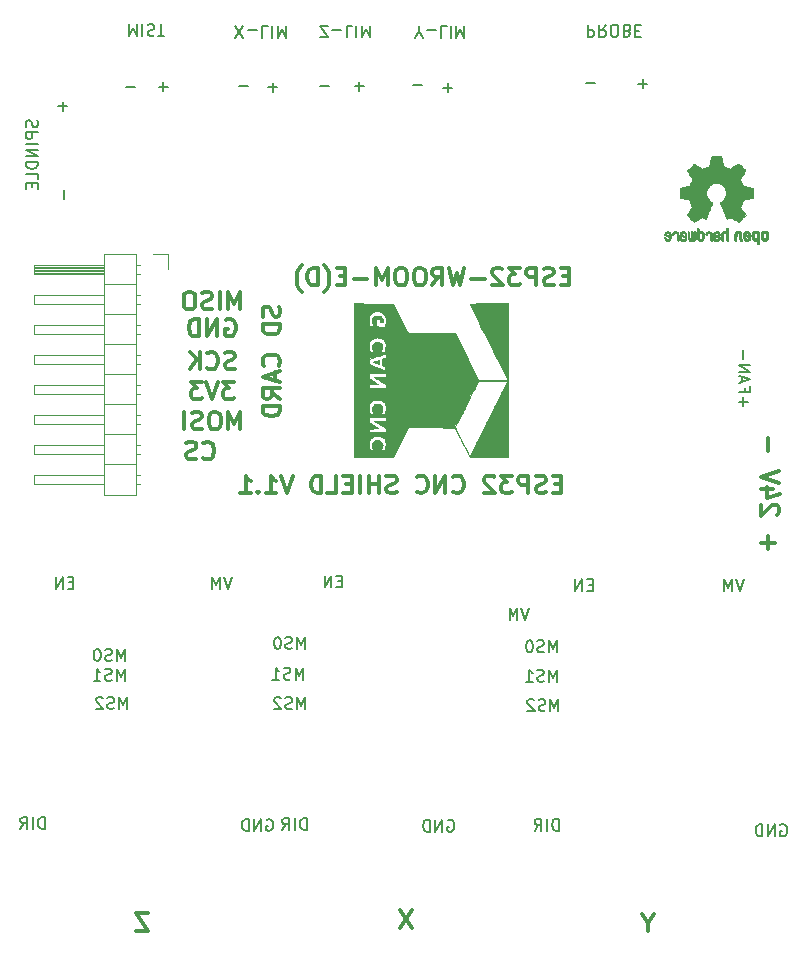
<source format=gbr>
G04 #@! TF.GenerationSoftware,KiCad,Pcbnew,(5.1.5-0)*
G04 #@! TF.CreationDate,2022-07-03T13:43:41+01:00*
G04 #@! TF.ProjectId,ESP32_Cnc_Shield,45535033-325f-4436-9e63-5f536869656c,rev?*
G04 #@! TF.SameCoordinates,Original*
G04 #@! TF.FileFunction,Legend,Bot*
G04 #@! TF.FilePolarity,Positive*
%FSLAX46Y46*%
G04 Gerber Fmt 4.6, Leading zero omitted, Abs format (unit mm)*
G04 Created by KiCad (PCBNEW (5.1.5-0)) date 2022-07-03 13:43:41*
%MOMM*%
%LPD*%
G04 APERTURE LIST*
%ADD10C,0.200000*%
%ADD11C,0.300000*%
%ADD12C,0.010000*%
%ADD13C,0.120000*%
G04 APERTURE END LIST*
D10*
X61973151Y44769067D02*
X61973151Y45530972D01*
X61592199Y45150020D02*
X62354103Y45150020D01*
X62116008Y46340496D02*
X62116008Y46007162D01*
X61592199Y46007162D02*
X62592199Y46007162D01*
X62592199Y46483353D01*
X61877913Y46816686D02*
X61877913Y47292877D01*
X61592199Y46721448D02*
X62592199Y47054781D01*
X61592199Y47388115D01*
X61592199Y47721448D02*
X62592199Y47721448D01*
X61592199Y48292877D01*
X62592199Y48292877D01*
X61973151Y48769067D02*
X61973151Y49530972D01*
D11*
X64091357Y32682134D02*
X64091357Y33824991D01*
X63519928Y33253562D02*
X64662785Y33253562D01*
X64877071Y35610705D02*
X64948500Y35682134D01*
X65019928Y35824991D01*
X65019928Y36182134D01*
X64948500Y36324991D01*
X64877071Y36396420D01*
X64734214Y36467848D01*
X64591357Y36467848D01*
X64377071Y36396420D01*
X63519928Y35539277D01*
X63519928Y36467848D01*
X64519928Y37753562D02*
X63519928Y37753562D01*
X65091357Y37396420D02*
X64019928Y37039277D01*
X64019928Y37967848D01*
X65019928Y38324991D02*
X63519928Y38824991D01*
X65019928Y39324991D01*
X64091357Y40967848D02*
X64091357Y42110705D01*
D10*
X43863781Y27725619D02*
X43530448Y26725619D01*
X43197115Y27725619D01*
X42863781Y26725619D02*
X42863781Y27725619D01*
X42530448Y27011333D01*
X42197115Y27725619D01*
X42197115Y26725619D01*
D11*
X46555714Y38207142D02*
X46055714Y38207142D01*
X45841428Y37421428D02*
X46555714Y37421428D01*
X46555714Y38921428D01*
X45841428Y38921428D01*
X45270000Y37492857D02*
X45055714Y37421428D01*
X44698571Y37421428D01*
X44555714Y37492857D01*
X44484285Y37564285D01*
X44412857Y37707142D01*
X44412857Y37850000D01*
X44484285Y37992857D01*
X44555714Y38064285D01*
X44698571Y38135714D01*
X44984285Y38207142D01*
X45127142Y38278571D01*
X45198571Y38350000D01*
X45270000Y38492857D01*
X45270000Y38635714D01*
X45198571Y38778571D01*
X45127142Y38850000D01*
X44984285Y38921428D01*
X44627142Y38921428D01*
X44412857Y38850000D01*
X43770000Y37421428D02*
X43770000Y38921428D01*
X43198571Y38921428D01*
X43055714Y38850000D01*
X42984285Y38778571D01*
X42912857Y38635714D01*
X42912857Y38421428D01*
X42984285Y38278571D01*
X43055714Y38207142D01*
X43198571Y38135714D01*
X43770000Y38135714D01*
X42412857Y38921428D02*
X41484285Y38921428D01*
X41984285Y38350000D01*
X41770000Y38350000D01*
X41627142Y38278571D01*
X41555714Y38207142D01*
X41484285Y38064285D01*
X41484285Y37707142D01*
X41555714Y37564285D01*
X41627142Y37492857D01*
X41770000Y37421428D01*
X42198571Y37421428D01*
X42341428Y37492857D01*
X42412857Y37564285D01*
X40912857Y38778571D02*
X40841428Y38850000D01*
X40698571Y38921428D01*
X40341428Y38921428D01*
X40198571Y38850000D01*
X40127142Y38778571D01*
X40055714Y38635714D01*
X40055714Y38492857D01*
X40127142Y38278571D01*
X40984285Y37421428D01*
X40055714Y37421428D01*
X37412857Y37564285D02*
X37484285Y37492857D01*
X37698571Y37421428D01*
X37841428Y37421428D01*
X38055714Y37492857D01*
X38198571Y37635714D01*
X38270000Y37778571D01*
X38341428Y38064285D01*
X38341428Y38278571D01*
X38270000Y38564285D01*
X38198571Y38707142D01*
X38055714Y38850000D01*
X37841428Y38921428D01*
X37698571Y38921428D01*
X37484285Y38850000D01*
X37412857Y38778571D01*
X36770000Y37421428D02*
X36770000Y38921428D01*
X35912857Y37421428D01*
X35912857Y38921428D01*
X34341428Y37564285D02*
X34412857Y37492857D01*
X34627142Y37421428D01*
X34770000Y37421428D01*
X34984285Y37492857D01*
X35127142Y37635714D01*
X35198571Y37778571D01*
X35270000Y38064285D01*
X35270000Y38278571D01*
X35198571Y38564285D01*
X35127142Y38707142D01*
X34984285Y38850000D01*
X34770000Y38921428D01*
X34627142Y38921428D01*
X34412857Y38850000D01*
X34341428Y38778571D01*
X32627142Y37492857D02*
X32412857Y37421428D01*
X32055714Y37421428D01*
X31912857Y37492857D01*
X31841428Y37564285D01*
X31770000Y37707142D01*
X31770000Y37850000D01*
X31841428Y37992857D01*
X31912857Y38064285D01*
X32055714Y38135714D01*
X32341428Y38207142D01*
X32484285Y38278571D01*
X32555714Y38350000D01*
X32627142Y38492857D01*
X32627142Y38635714D01*
X32555714Y38778571D01*
X32484285Y38850000D01*
X32341428Y38921428D01*
X31984285Y38921428D01*
X31770000Y38850000D01*
X31127142Y37421428D02*
X31127142Y38921428D01*
X31127142Y38207142D02*
X30270000Y38207142D01*
X30270000Y37421428D02*
X30270000Y38921428D01*
X29555714Y37421428D02*
X29555714Y38921428D01*
X28841428Y38207142D02*
X28341428Y38207142D01*
X28127142Y37421428D02*
X28841428Y37421428D01*
X28841428Y38921428D01*
X28127142Y38921428D01*
X26770000Y37421428D02*
X27484285Y37421428D01*
X27484285Y38921428D01*
X26270000Y37421428D02*
X26270000Y38921428D01*
X25912857Y38921428D01*
X25698571Y38850000D01*
X25555714Y38707142D01*
X25484285Y38564285D01*
X25412857Y38278571D01*
X25412857Y38064285D01*
X25484285Y37778571D01*
X25555714Y37635714D01*
X25698571Y37492857D01*
X25912857Y37421428D01*
X26270000Y37421428D01*
X23841428Y38921428D02*
X23341428Y37421428D01*
X22841428Y38921428D01*
X21555714Y37421428D02*
X22412857Y37421428D01*
X21984285Y37421428D02*
X21984285Y38921428D01*
X22127142Y38707142D01*
X22270000Y38564285D01*
X22412857Y38492857D01*
X20912857Y37564285D02*
X20841428Y37492857D01*
X20912857Y37421428D01*
X20984285Y37492857D01*
X20912857Y37564285D01*
X20912857Y37421428D01*
X19412857Y37421428D02*
X20270000Y37421428D01*
X19841428Y37421428D02*
X19841428Y38921428D01*
X19984285Y38707142D01*
X20127142Y38564285D01*
X20270000Y38492857D01*
D10*
X36961904Y9730000D02*
X37057142Y9777619D01*
X37200000Y9777619D01*
X37342857Y9730000D01*
X37438095Y9634761D01*
X37485714Y9539523D01*
X37533333Y9349047D01*
X37533333Y9206190D01*
X37485714Y9015714D01*
X37438095Y8920476D01*
X37342857Y8825238D01*
X37200000Y8777619D01*
X37104761Y8777619D01*
X36961904Y8825238D01*
X36914285Y8872857D01*
X36914285Y9206190D01*
X37104761Y9206190D01*
X36485714Y8777619D02*
X36485714Y9777619D01*
X35914285Y8777619D01*
X35914285Y9777619D01*
X35438095Y8777619D02*
X35438095Y9777619D01*
X35200000Y9777619D01*
X35057142Y9730000D01*
X34961904Y9634761D01*
X34914285Y9539523D01*
X34866666Y9349047D01*
X34866666Y9206190D01*
X34914285Y9015714D01*
X34961904Y8920476D01*
X35057142Y8825238D01*
X35200000Y8777619D01*
X35438095Y8777619D01*
X65124024Y9335080D02*
X65219262Y9382699D01*
X65362120Y9382699D01*
X65504977Y9335080D01*
X65600215Y9239841D01*
X65647834Y9144603D01*
X65695453Y8954127D01*
X65695453Y8811270D01*
X65647834Y8620794D01*
X65600215Y8525556D01*
X65504977Y8430318D01*
X65362120Y8382699D01*
X65266881Y8382699D01*
X65124024Y8430318D01*
X65076405Y8477937D01*
X65076405Y8811270D01*
X65266881Y8811270D01*
X64647834Y8382699D02*
X64647834Y9382699D01*
X64076405Y8382699D01*
X64076405Y9382699D01*
X63600215Y8382699D02*
X63600215Y9382699D01*
X63362120Y9382699D01*
X63219262Y9335080D01*
X63124024Y9239841D01*
X63076405Y9144603D01*
X63028786Y8954127D01*
X63028786Y8811270D01*
X63076405Y8620794D01*
X63124024Y8525556D01*
X63219262Y8430318D01*
X63362120Y8382699D01*
X63600215Y8382699D01*
X21620384Y9783700D02*
X21715622Y9831319D01*
X21858480Y9831319D01*
X22001337Y9783700D01*
X22096575Y9688461D01*
X22144194Y9593223D01*
X22191813Y9402747D01*
X22191813Y9259890D01*
X22144194Y9069414D01*
X22096575Y8974176D01*
X22001337Y8878938D01*
X21858480Y8831319D01*
X21763241Y8831319D01*
X21620384Y8878938D01*
X21572765Y8926557D01*
X21572765Y9259890D01*
X21763241Y9259890D01*
X21144194Y8831319D02*
X21144194Y9831319D01*
X20572765Y8831319D01*
X20572765Y9831319D01*
X20096575Y8831319D02*
X20096575Y9831319D01*
X19858480Y9831319D01*
X19715622Y9783700D01*
X19620384Y9688461D01*
X19572765Y9593223D01*
X19525146Y9402747D01*
X19525146Y9259890D01*
X19572765Y9069414D01*
X19620384Y8974176D01*
X19715622Y8878938D01*
X19858480Y8831319D01*
X20096575Y8831319D01*
X18674601Y30341819D02*
X18341268Y29341819D01*
X18007935Y30341819D01*
X17674601Y29341819D02*
X17674601Y30341819D01*
X17341268Y29627533D01*
X17007935Y30341819D01*
X17007935Y29341819D01*
X62029861Y30151319D02*
X61696528Y29151319D01*
X61363195Y30151319D01*
X61029861Y29151319D02*
X61029861Y30151319D01*
X60696528Y29437033D01*
X60363195Y30151319D01*
X60363195Y29151319D01*
X2831340Y8993879D02*
X2831340Y9993879D01*
X2593244Y9993879D01*
X2450387Y9946260D01*
X2355149Y9851021D01*
X2307530Y9755783D01*
X2259911Y9565307D01*
X2259911Y9422450D01*
X2307530Y9231974D01*
X2355149Y9136736D01*
X2450387Y9041498D01*
X2593244Y8993879D01*
X2831340Y8993879D01*
X1831339Y8993879D02*
X1831339Y9993879D01*
X783720Y8993879D02*
X1117054Y9470069D01*
X1355149Y8993879D02*
X1355149Y9993879D01*
X974197Y9993879D01*
X878959Y9946260D01*
X831339Y9898640D01*
X783720Y9803402D01*
X783720Y9660545D01*
X831339Y9565307D01*
X878959Y9517688D01*
X974197Y9470069D01*
X1355149Y9470069D01*
X46360100Y8865399D02*
X46360100Y9865399D01*
X46122004Y9865399D01*
X45979147Y9817780D01*
X45883909Y9722541D01*
X45836290Y9627303D01*
X45788671Y9436827D01*
X45788671Y9293970D01*
X45836290Y9103494D01*
X45883909Y9008256D01*
X45979147Y8913018D01*
X46122004Y8865399D01*
X46360100Y8865399D01*
X45360100Y8865399D02*
X45360100Y9865399D01*
X44312480Y8865399D02*
X44645814Y9341589D01*
X44883909Y8865399D02*
X44883909Y9865399D01*
X44502957Y9865399D01*
X44407719Y9817780D01*
X44360100Y9770160D01*
X44312480Y9674922D01*
X44312480Y9532065D01*
X44360100Y9436827D01*
X44407719Y9389208D01*
X44502957Y9341589D01*
X44883909Y9341589D01*
X25009720Y8926819D02*
X25009720Y9926819D01*
X24771624Y9926819D01*
X24628767Y9879200D01*
X24533529Y9783961D01*
X24485910Y9688723D01*
X24438291Y9498247D01*
X24438291Y9355390D01*
X24485910Y9164914D01*
X24533529Y9069676D01*
X24628767Y8974438D01*
X24771624Y8926819D01*
X25009720Y8926819D01*
X24009720Y8926819D02*
X24009720Y9926819D01*
X22962100Y8926819D02*
X23295434Y9403009D01*
X23533529Y8926819D02*
X23533529Y9926819D01*
X23152577Y9926819D01*
X23057339Y9879200D01*
X23009720Y9831580D01*
X22962100Y9736342D01*
X22962100Y9593485D01*
X23009720Y9498247D01*
X23057339Y9450628D01*
X23152577Y9403009D01*
X23533529Y9403009D01*
X5266915Y29868168D02*
X4933581Y29868168D01*
X4790724Y29344359D02*
X5266915Y29344359D01*
X5266915Y30344359D01*
X4790724Y30344359D01*
X4362153Y29344359D02*
X4362153Y30344359D01*
X3790724Y29344359D01*
X3790724Y30344359D01*
X49229235Y29692908D02*
X48895901Y29692908D01*
X48753044Y29169099D02*
X49229235Y29169099D01*
X49229235Y30169099D01*
X48753044Y30169099D01*
X48324473Y29169099D02*
X48324473Y30169099D01*
X47753044Y29169099D01*
X47753044Y30169099D01*
X28012615Y29979928D02*
X27679281Y29979928D01*
X27536424Y29456119D02*
X28012615Y29456119D01*
X28012615Y30456119D01*
X27536424Y30456119D01*
X27107853Y29456119D02*
X27107853Y30456119D01*
X26536424Y29456119D01*
X26536424Y30456119D01*
D11*
X10550000Y398571D02*
X11550000Y398571D01*
X10550000Y1898571D01*
X11550000Y1898571D01*
X53910000Y1035714D02*
X53910000Y321428D01*
X54410000Y1821428D02*
X53910000Y1035714D01*
X53410000Y1821428D01*
X32950000Y628571D02*
X33950000Y2128571D01*
X33950000Y628571D02*
X32950000Y2128571D01*
D10*
X24887394Y24254199D02*
X24887394Y25254199D01*
X24554060Y24539913D01*
X24220727Y25254199D01*
X24220727Y24254199D01*
X23792156Y24301818D02*
X23649299Y24254199D01*
X23411203Y24254199D01*
X23315965Y24301818D01*
X23268346Y24349437D01*
X23220727Y24444675D01*
X23220727Y24539913D01*
X23268346Y24635151D01*
X23315965Y24682770D01*
X23411203Y24730389D01*
X23601680Y24778008D01*
X23696918Y24825627D01*
X23744537Y24873246D01*
X23792156Y24968484D01*
X23792156Y25063722D01*
X23744537Y25158960D01*
X23696918Y25206580D01*
X23601680Y25254199D01*
X23363584Y25254199D01*
X23220727Y25206580D01*
X22601680Y25254199D02*
X22506441Y25254199D01*
X22411203Y25206580D01*
X22363584Y25158960D01*
X22315965Y25063722D01*
X22268346Y24873246D01*
X22268346Y24635151D01*
X22315965Y24444675D01*
X22363584Y24349437D01*
X22411203Y24301818D01*
X22506441Y24254199D01*
X22601680Y24254199D01*
X22696918Y24301818D01*
X22744537Y24349437D01*
X22792156Y24444675D01*
X22839775Y24635151D01*
X22839775Y24873246D01*
X22792156Y25063722D01*
X22744537Y25158960D01*
X22696918Y25206580D01*
X22601680Y25254199D01*
X24742614Y21653239D02*
X24742614Y22653239D01*
X24409280Y21938953D01*
X24075947Y22653239D01*
X24075947Y21653239D01*
X23647376Y21700858D02*
X23504519Y21653239D01*
X23266423Y21653239D01*
X23171185Y21700858D01*
X23123566Y21748477D01*
X23075947Y21843715D01*
X23075947Y21938953D01*
X23123566Y22034191D01*
X23171185Y22081810D01*
X23266423Y22129429D01*
X23456900Y22177048D01*
X23552138Y22224667D01*
X23599757Y22272286D01*
X23647376Y22367524D01*
X23647376Y22462762D01*
X23599757Y22558000D01*
X23552138Y22605620D01*
X23456900Y22653239D01*
X23218804Y22653239D01*
X23075947Y22605620D01*
X22123566Y21653239D02*
X22694995Y21653239D01*
X22409280Y21653239D02*
X22409280Y22653239D01*
X22504519Y22510381D01*
X22599757Y22415143D01*
X22694995Y22367524D01*
X24887394Y19146259D02*
X24887394Y20146259D01*
X24554060Y19431973D01*
X24220727Y20146259D01*
X24220727Y19146259D01*
X23792156Y19193878D02*
X23649299Y19146259D01*
X23411203Y19146259D01*
X23315965Y19193878D01*
X23268346Y19241497D01*
X23220727Y19336735D01*
X23220727Y19431973D01*
X23268346Y19527211D01*
X23315965Y19574830D01*
X23411203Y19622449D01*
X23601680Y19670068D01*
X23696918Y19717687D01*
X23744537Y19765306D01*
X23792156Y19860544D01*
X23792156Y19955782D01*
X23744537Y20051020D01*
X23696918Y20098640D01*
X23601680Y20146259D01*
X23363584Y20146259D01*
X23220727Y20098640D01*
X22839775Y20051020D02*
X22792156Y20098640D01*
X22696918Y20146259D01*
X22458822Y20146259D01*
X22363584Y20098640D01*
X22315965Y20051020D01*
X22268346Y19955782D01*
X22268346Y19860544D01*
X22315965Y19717687D01*
X22887394Y19146259D01*
X22268346Y19146259D01*
X46210694Y21475439D02*
X46210694Y22475439D01*
X45877360Y21761153D01*
X45544027Y22475439D01*
X45544027Y21475439D01*
X45115456Y21523058D02*
X44972599Y21475439D01*
X44734503Y21475439D01*
X44639265Y21523058D01*
X44591646Y21570677D01*
X44544027Y21665915D01*
X44544027Y21761153D01*
X44591646Y21856391D01*
X44639265Y21904010D01*
X44734503Y21951629D01*
X44924980Y21999248D01*
X45020218Y22046867D01*
X45067837Y22094486D01*
X45115456Y22189724D01*
X45115456Y22284962D01*
X45067837Y22380200D01*
X45020218Y22427820D01*
X44924980Y22475439D01*
X44686884Y22475439D01*
X44544027Y22427820D01*
X43591646Y21475439D02*
X44163075Y21475439D01*
X43877360Y21475439D02*
X43877360Y22475439D01*
X43972599Y22332581D01*
X44067837Y22237343D01*
X44163075Y22189724D01*
X46322454Y18988779D02*
X46322454Y19988779D01*
X45989120Y19274493D01*
X45655787Y19988779D01*
X45655787Y18988779D01*
X45227216Y19036398D02*
X45084359Y18988779D01*
X44846263Y18988779D01*
X44751025Y19036398D01*
X44703406Y19084017D01*
X44655787Y19179255D01*
X44655787Y19274493D01*
X44703406Y19369731D01*
X44751025Y19417350D01*
X44846263Y19464969D01*
X45036740Y19512588D01*
X45131978Y19560207D01*
X45179597Y19607826D01*
X45227216Y19703064D01*
X45227216Y19798302D01*
X45179597Y19893540D01*
X45131978Y19941160D01*
X45036740Y19988779D01*
X44798644Y19988779D01*
X44655787Y19941160D01*
X44274835Y19893540D02*
X44227216Y19941160D01*
X44131978Y19988779D01*
X43893882Y19988779D01*
X43798644Y19941160D01*
X43751025Y19893540D01*
X43703406Y19798302D01*
X43703406Y19703064D01*
X43751025Y19560207D01*
X44322454Y18988779D01*
X43703406Y18988779D01*
X9614374Y23222959D02*
X9614374Y24222959D01*
X9281040Y23508673D01*
X8947707Y24222959D01*
X8947707Y23222959D01*
X8519136Y23270578D02*
X8376279Y23222959D01*
X8138183Y23222959D01*
X8042945Y23270578D01*
X7995326Y23318197D01*
X7947707Y23413435D01*
X7947707Y23508673D01*
X7995326Y23603911D01*
X8042945Y23651530D01*
X8138183Y23699149D01*
X8328660Y23746768D01*
X8423898Y23794387D01*
X8471517Y23842006D01*
X8519136Y23937244D01*
X8519136Y24032482D01*
X8471517Y24127720D01*
X8423898Y24175340D01*
X8328660Y24222959D01*
X8090564Y24222959D01*
X7947707Y24175340D01*
X7328660Y24222959D02*
X7233421Y24222959D01*
X7138183Y24175340D01*
X7090564Y24127720D01*
X7042945Y24032482D01*
X6995326Y23842006D01*
X6995326Y23603911D01*
X7042945Y23413435D01*
X7090564Y23318197D01*
X7138183Y23270578D01*
X7233421Y23222959D01*
X7328660Y23222959D01*
X7423898Y23270578D01*
X7471517Y23318197D01*
X7519136Y23413435D01*
X7566755Y23603911D01*
X7566755Y23842006D01*
X7519136Y24032482D01*
X7471517Y24127720D01*
X7423898Y24175340D01*
X7328660Y24222959D01*
X9604214Y21566879D02*
X9604214Y22566879D01*
X9270880Y21852593D01*
X8937547Y22566879D01*
X8937547Y21566879D01*
X8508976Y21614498D02*
X8366119Y21566879D01*
X8128023Y21566879D01*
X8032785Y21614498D01*
X7985166Y21662117D01*
X7937547Y21757355D01*
X7937547Y21852593D01*
X7985166Y21947831D01*
X8032785Y21995450D01*
X8128023Y22043069D01*
X8318500Y22090688D01*
X8413738Y22138307D01*
X8461357Y22185926D01*
X8508976Y22281164D01*
X8508976Y22376402D01*
X8461357Y22471640D01*
X8413738Y22519260D01*
X8318500Y22566879D01*
X8080404Y22566879D01*
X7937547Y22519260D01*
X6985166Y21566879D02*
X7556595Y21566879D01*
X7270880Y21566879D02*
X7270880Y22566879D01*
X7366119Y22424021D01*
X7461357Y22328783D01*
X7556595Y22281164D01*
X9809954Y19171659D02*
X9809954Y20171659D01*
X9476620Y19457373D01*
X9143287Y20171659D01*
X9143287Y19171659D01*
X8714716Y19219278D02*
X8571859Y19171659D01*
X8333763Y19171659D01*
X8238525Y19219278D01*
X8190906Y19266897D01*
X8143287Y19362135D01*
X8143287Y19457373D01*
X8190906Y19552611D01*
X8238525Y19600230D01*
X8333763Y19647849D01*
X8524240Y19695468D01*
X8619478Y19743087D01*
X8667097Y19790706D01*
X8714716Y19885944D01*
X8714716Y19981182D01*
X8667097Y20076420D01*
X8619478Y20124040D01*
X8524240Y20171659D01*
X8286144Y20171659D01*
X8143287Y20124040D01*
X7762335Y20076420D02*
X7714716Y20124040D01*
X7619478Y20171659D01*
X7381382Y20171659D01*
X7286144Y20124040D01*
X7238525Y20076420D01*
X7190906Y19981182D01*
X7190906Y19885944D01*
X7238525Y19743087D01*
X7809954Y19171659D01*
X7190906Y19171659D01*
X46210694Y23972259D02*
X46210694Y24972259D01*
X45877360Y24257973D01*
X45544027Y24972259D01*
X45544027Y23972259D01*
X45115456Y24019878D02*
X44972599Y23972259D01*
X44734503Y23972259D01*
X44639265Y24019878D01*
X44591646Y24067497D01*
X44544027Y24162735D01*
X44544027Y24257973D01*
X44591646Y24353211D01*
X44639265Y24400830D01*
X44734503Y24448449D01*
X44924980Y24496068D01*
X45020218Y24543687D01*
X45067837Y24591306D01*
X45115456Y24686544D01*
X45115456Y24781782D01*
X45067837Y24877020D01*
X45020218Y24924640D01*
X44924980Y24972259D01*
X44686884Y24972259D01*
X44544027Y24924640D01*
X43924980Y24972259D02*
X43829741Y24972259D01*
X43734503Y24924640D01*
X43686884Y24877020D01*
X43639265Y24781782D01*
X43591646Y24591306D01*
X43591646Y24353211D01*
X43639265Y24162735D01*
X43686884Y24067497D01*
X43734503Y24019878D01*
X43829741Y23972259D01*
X43924980Y23972259D01*
X44020218Y24019878D01*
X44067837Y24067497D01*
X44115456Y24162735D01*
X44163075Y24353211D01*
X44163075Y24591306D01*
X44115456Y24781782D01*
X44067837Y24877020D01*
X44020218Y24924640D01*
X43924980Y24972259D01*
X53853032Y72079811D02*
X53091127Y72079811D01*
X53472080Y71698859D02*
X53472080Y72460763D01*
X49400412Y72153471D02*
X48638507Y72153471D01*
X37345572Y71772471D02*
X36583667Y71772471D01*
X36964620Y71391519D02*
X36964620Y72153423D01*
X34808112Y72026471D02*
X34046207Y72026471D01*
X29834792Y71868991D02*
X29072887Y71868991D01*
X29453840Y71488039D02*
X29453840Y72249943D01*
X26946812Y71891851D02*
X26184907Y71891851D01*
X22544992Y71797871D02*
X21783087Y71797871D01*
X22164040Y71416919D02*
X22164040Y72178823D01*
X20076112Y71937571D02*
X19314207Y71937571D01*
X12857271Y71475927D02*
X12857271Y72237832D01*
X12476319Y71856880D02*
X13238223Y71856880D01*
X10515652Y71785451D02*
X9753747Y71785451D01*
X4373571Y69789087D02*
X4373571Y70550992D01*
X3992619Y70170040D02*
X4754523Y70170040D01*
X4483408Y63111332D02*
X4483408Y62349427D01*
X2200541Y68995561D02*
X2248160Y68852704D01*
X2248160Y68614609D01*
X2200541Y68519371D01*
X2152922Y68471752D01*
X2057684Y68424133D01*
X1962446Y68424133D01*
X1867208Y68471752D01*
X1819589Y68519371D01*
X1771970Y68614609D01*
X1724351Y68805085D01*
X1676732Y68900323D01*
X1629113Y68947942D01*
X1533875Y68995561D01*
X1438637Y68995561D01*
X1343399Y68947942D01*
X1295780Y68900323D01*
X1248160Y68805085D01*
X1248160Y68566990D01*
X1295780Y68424133D01*
X2248160Y67995561D02*
X1248160Y67995561D01*
X1248160Y67614609D01*
X1295780Y67519371D01*
X1343399Y67471752D01*
X1438637Y67424133D01*
X1581494Y67424133D01*
X1676732Y67471752D01*
X1724351Y67519371D01*
X1771970Y67614609D01*
X1771970Y67995561D01*
X2248160Y66995561D02*
X1248160Y66995561D01*
X2248160Y66519371D02*
X1248160Y66519371D01*
X2248160Y65947942D01*
X1248160Y65947942D01*
X2248160Y65471752D02*
X1248160Y65471752D01*
X1248160Y65233657D01*
X1295780Y65090800D01*
X1391018Y64995561D01*
X1486256Y64947942D01*
X1676732Y64900323D01*
X1819589Y64900323D01*
X2010065Y64947942D01*
X2105303Y64995561D01*
X2200541Y65090800D01*
X2248160Y65233657D01*
X2248160Y65471752D01*
X2248160Y63995561D02*
X2248160Y64471752D01*
X1248160Y64471752D01*
X1724351Y63662228D02*
X1724351Y63328895D01*
X2248160Y63186038D02*
X2248160Y63662228D01*
X1248160Y63662228D01*
X1248160Y63186038D01*
X9976128Y77135260D02*
X9976128Y76135260D01*
X10309461Y76849546D01*
X10642795Y76135260D01*
X10642795Y77135260D01*
X11118985Y77135260D02*
X11118985Y76135260D01*
X11547557Y77087641D02*
X11690414Y77135260D01*
X11928509Y77135260D01*
X12023747Y77087641D01*
X12071366Y77040022D01*
X12118985Y76944784D01*
X12118985Y76849546D01*
X12071366Y76754308D01*
X12023747Y76706689D01*
X11928509Y76659070D01*
X11738033Y76611451D01*
X11642795Y76563832D01*
X11595176Y76516213D01*
X11547557Y76420975D01*
X11547557Y76325737D01*
X11595176Y76230499D01*
X11642795Y76182880D01*
X11738033Y76135260D01*
X11976128Y76135260D01*
X12118985Y76182880D01*
X12404700Y76135260D02*
X12976128Y76135260D01*
X12690414Y77135260D02*
X12690414Y76135260D01*
X18994073Y76002900D02*
X19660740Y77002900D01*
X19660740Y76002900D02*
X18994073Y77002900D01*
X20041692Y76621948D02*
X20803597Y76621948D01*
X21755978Y77002900D02*
X21279787Y77002900D01*
X21279787Y76002900D01*
X22089311Y77002900D02*
X22089311Y76002900D01*
X22565501Y77002900D02*
X22565501Y76002900D01*
X22898835Y76717186D01*
X23232168Y76002900D01*
X23232168Y77002900D01*
X26126393Y76020680D02*
X26793060Y76020680D01*
X26126393Y77020680D01*
X26793060Y77020680D01*
X27174012Y76639728D02*
X27935917Y76639728D01*
X28888298Y77020680D02*
X28412107Y77020680D01*
X28412107Y76020680D01*
X29221631Y77020680D02*
X29221631Y76020680D01*
X29697821Y77020680D02*
X29697821Y76020680D01*
X30031155Y76734966D01*
X30364488Y76020680D01*
X30364488Y77020680D01*
X34506446Y76524170D02*
X34506446Y77000360D01*
X34173113Y76000360D02*
X34506446Y76524170D01*
X34839780Y76000360D01*
X35173113Y76619408D02*
X35935018Y76619408D01*
X36887399Y77000360D02*
X36411208Y77000360D01*
X36411208Y76000360D01*
X37220732Y77000360D02*
X37220732Y76000360D01*
X37696922Y77000360D02*
X37696922Y76000360D01*
X38030256Y76714646D01*
X38363589Y76000360D01*
X38363589Y77000360D01*
X48798124Y77089260D02*
X48798124Y76089260D01*
X49179077Y76089260D01*
X49274315Y76136880D01*
X49321934Y76184499D01*
X49369553Y76279737D01*
X49369553Y76422594D01*
X49321934Y76517832D01*
X49274315Y76565451D01*
X49179077Y76613070D01*
X48798124Y76613070D01*
X50369553Y77089260D02*
X50036220Y76613070D01*
X49798124Y77089260D02*
X49798124Y76089260D01*
X50179077Y76089260D01*
X50274315Y76136880D01*
X50321934Y76184499D01*
X50369553Y76279737D01*
X50369553Y76422594D01*
X50321934Y76517832D01*
X50274315Y76565451D01*
X50179077Y76613070D01*
X49798124Y76613070D01*
X50988600Y76089260D02*
X51179077Y76089260D01*
X51274315Y76136880D01*
X51369553Y76232118D01*
X51417172Y76422594D01*
X51417172Y76755927D01*
X51369553Y76946403D01*
X51274315Y77041641D01*
X51179077Y77089260D01*
X50988600Y77089260D01*
X50893362Y77041641D01*
X50798124Y76946403D01*
X50750505Y76755927D01*
X50750505Y76422594D01*
X50798124Y76232118D01*
X50893362Y76136880D01*
X50988600Y76089260D01*
X52179077Y76565451D02*
X52321934Y76613070D01*
X52369553Y76660689D01*
X52417172Y76755927D01*
X52417172Y76898784D01*
X52369553Y76994022D01*
X52321934Y77041641D01*
X52226696Y77089260D01*
X51845743Y77089260D01*
X51845743Y76089260D01*
X52179077Y76089260D01*
X52274315Y76136880D01*
X52321934Y76184499D01*
X52369553Y76279737D01*
X52369553Y76374975D01*
X52321934Y76470213D01*
X52274315Y76517832D01*
X52179077Y76565451D01*
X51845743Y76565451D01*
X52845743Y76565451D02*
X53179077Y76565451D01*
X53321934Y77089260D02*
X52845743Y77089260D01*
X52845743Y76089260D01*
X53321934Y76089260D01*
D11*
X47232974Y55807082D02*
X46732974Y55807082D01*
X46518688Y55021368D02*
X47232974Y55021368D01*
X47232974Y56521368D01*
X46518688Y56521368D01*
X45947259Y55092797D02*
X45732974Y55021368D01*
X45375831Y55021368D01*
X45232974Y55092797D01*
X45161545Y55164225D01*
X45090117Y55307082D01*
X45090117Y55449940D01*
X45161545Y55592797D01*
X45232974Y55664225D01*
X45375831Y55735654D01*
X45661545Y55807082D01*
X45804402Y55878511D01*
X45875831Y55949940D01*
X45947259Y56092797D01*
X45947259Y56235654D01*
X45875831Y56378511D01*
X45804402Y56449940D01*
X45661545Y56521368D01*
X45304402Y56521368D01*
X45090117Y56449940D01*
X44447259Y55021368D02*
X44447259Y56521368D01*
X43875831Y56521368D01*
X43732974Y56449940D01*
X43661545Y56378511D01*
X43590117Y56235654D01*
X43590117Y56021368D01*
X43661545Y55878511D01*
X43732974Y55807082D01*
X43875831Y55735654D01*
X44447259Y55735654D01*
X43090117Y56521368D02*
X42161545Y56521368D01*
X42661545Y55949940D01*
X42447259Y55949940D01*
X42304402Y55878511D01*
X42232974Y55807082D01*
X42161545Y55664225D01*
X42161545Y55307082D01*
X42232974Y55164225D01*
X42304402Y55092797D01*
X42447259Y55021368D01*
X42875831Y55021368D01*
X43018688Y55092797D01*
X43090117Y55164225D01*
X41590117Y56378511D02*
X41518688Y56449940D01*
X41375831Y56521368D01*
X41018688Y56521368D01*
X40875831Y56449940D01*
X40804402Y56378511D01*
X40732974Y56235654D01*
X40732974Y56092797D01*
X40804402Y55878511D01*
X41661545Y55021368D01*
X40732974Y55021368D01*
X40090117Y55592797D02*
X38947259Y55592797D01*
X38375831Y56521368D02*
X38018688Y55021368D01*
X37732974Y56092797D01*
X37447259Y55021368D01*
X37090117Y56521368D01*
X35661545Y55021368D02*
X36161545Y55735654D01*
X36518688Y55021368D02*
X36518688Y56521368D01*
X35947259Y56521368D01*
X35804402Y56449940D01*
X35732974Y56378511D01*
X35661545Y56235654D01*
X35661545Y56021368D01*
X35732974Y55878511D01*
X35804402Y55807082D01*
X35947259Y55735654D01*
X36518688Y55735654D01*
X34732974Y56521368D02*
X34447259Y56521368D01*
X34304402Y56449940D01*
X34161545Y56307082D01*
X34090117Y56021368D01*
X34090117Y55521368D01*
X34161545Y55235654D01*
X34304402Y55092797D01*
X34447259Y55021368D01*
X34732974Y55021368D01*
X34875831Y55092797D01*
X35018688Y55235654D01*
X35090117Y55521368D01*
X35090117Y56021368D01*
X35018688Y56307082D01*
X34875831Y56449940D01*
X34732974Y56521368D01*
X33161545Y56521368D02*
X32875831Y56521368D01*
X32732974Y56449940D01*
X32590117Y56307082D01*
X32518688Y56021368D01*
X32518688Y55521368D01*
X32590117Y55235654D01*
X32732974Y55092797D01*
X32875831Y55021368D01*
X33161545Y55021368D01*
X33304402Y55092797D01*
X33447259Y55235654D01*
X33518688Y55521368D01*
X33518688Y56021368D01*
X33447259Y56307082D01*
X33304402Y56449940D01*
X33161545Y56521368D01*
X31875831Y55021368D02*
X31875831Y56521368D01*
X31375831Y55449940D01*
X30875831Y56521368D01*
X30875831Y55021368D01*
X30161545Y55592797D02*
X29018688Y55592797D01*
X28304402Y55807082D02*
X27804402Y55807082D01*
X27590117Y55021368D02*
X28304402Y55021368D01*
X28304402Y56521368D01*
X27590117Y56521368D01*
X26518688Y54449940D02*
X26590117Y54521368D01*
X26732974Y54735654D01*
X26804402Y54878511D01*
X26875831Y55092797D01*
X26947259Y55449940D01*
X26947259Y55735654D01*
X26875831Y56092797D01*
X26804402Y56307082D01*
X26732974Y56449940D01*
X26590117Y56664225D01*
X26518688Y56735654D01*
X25947259Y55021368D02*
X25947259Y56521368D01*
X25590117Y56521368D01*
X25375831Y56449940D01*
X25232974Y56307082D01*
X25161545Y56164225D01*
X25090117Y55878511D01*
X25090117Y55664225D01*
X25161545Y55378511D01*
X25232974Y55235654D01*
X25375831Y55092797D01*
X25590117Y55021368D01*
X25947259Y55021368D01*
X24590117Y54449940D02*
X24518688Y54521368D01*
X24375831Y54735654D01*
X24304402Y54878511D01*
X24232974Y55092797D01*
X24161545Y55449940D01*
X24161545Y55735654D01*
X24232974Y56092797D01*
X24304402Y56307082D01*
X24375831Y56449940D01*
X24518688Y56664225D01*
X24590117Y56735654D01*
X22715402Y53230797D02*
X22786831Y53016511D01*
X22786831Y52659368D01*
X22715402Y52516511D01*
X22643974Y52445082D01*
X22501117Y52373654D01*
X22358260Y52373654D01*
X22215402Y52445082D01*
X22143974Y52516511D01*
X22072545Y52659368D01*
X22001117Y52945082D01*
X21929688Y53087940D01*
X21858260Y53159368D01*
X21715402Y53230797D01*
X21572545Y53230797D01*
X21429688Y53159368D01*
X21358260Y53087940D01*
X21286831Y52945082D01*
X21286831Y52587940D01*
X21358260Y52373654D01*
X22786831Y51730797D02*
X21286831Y51730797D01*
X21286831Y51373654D01*
X21358260Y51159368D01*
X21501117Y51016511D01*
X21643974Y50945082D01*
X21929688Y50873654D01*
X22143974Y50873654D01*
X22429688Y50945082D01*
X22572545Y51016511D01*
X22715402Y51159368D01*
X22786831Y51373654D01*
X22786831Y51730797D01*
X22643974Y48230797D02*
X22715402Y48302225D01*
X22786831Y48516511D01*
X22786831Y48659368D01*
X22715402Y48873654D01*
X22572545Y49016511D01*
X22429688Y49087940D01*
X22143974Y49159368D01*
X21929688Y49159368D01*
X21643974Y49087940D01*
X21501117Y49016511D01*
X21358260Y48873654D01*
X21286831Y48659368D01*
X21286831Y48516511D01*
X21358260Y48302225D01*
X21429688Y48230797D01*
X22358260Y47659368D02*
X22358260Y46945082D01*
X22786831Y47802225D02*
X21286831Y47302225D01*
X22786831Y46802225D01*
X22786831Y45445082D02*
X22072545Y45945082D01*
X22786831Y46302225D02*
X21286831Y46302225D01*
X21286831Y45730797D01*
X21358260Y45587940D01*
X21429688Y45516511D01*
X21572545Y45445082D01*
X21786831Y45445082D01*
X21929688Y45516511D01*
X22001117Y45587940D01*
X22072545Y45730797D01*
X22072545Y46302225D01*
X22786831Y44802225D02*
X21286831Y44802225D01*
X21286831Y44445082D01*
X21358260Y44230797D01*
X21501117Y44087940D01*
X21643974Y44016511D01*
X21929688Y43945082D01*
X22143974Y43945082D01*
X22429688Y44016511D01*
X22572545Y44087940D01*
X22715402Y44230797D01*
X22786831Y44445082D01*
X22786831Y44802225D01*
X16262260Y40432225D02*
X16333688Y40360797D01*
X16547974Y40289368D01*
X16690831Y40289368D01*
X16905117Y40360797D01*
X17047974Y40503654D01*
X17119402Y40646511D01*
X17190831Y40932225D01*
X17190831Y41146511D01*
X17119402Y41432225D01*
X17047974Y41575082D01*
X16905117Y41717940D01*
X16690831Y41789368D01*
X16547974Y41789368D01*
X16333688Y41717940D01*
X16262260Y41646511D01*
X15690831Y40360797D02*
X15476545Y40289368D01*
X15119402Y40289368D01*
X14976545Y40360797D01*
X14905117Y40432225D01*
X14833688Y40575082D01*
X14833688Y40717940D01*
X14905117Y40860797D01*
X14976545Y40932225D01*
X15119402Y41003654D01*
X15405117Y41075082D01*
X15547974Y41146511D01*
X15619402Y41217940D01*
X15690831Y41360797D01*
X15690831Y41503654D01*
X15619402Y41646511D01*
X15547974Y41717940D01*
X15405117Y41789368D01*
X15047974Y41789368D01*
X14833688Y41717940D01*
X19385402Y42829368D02*
X19385402Y44329368D01*
X18885402Y43257940D01*
X18385402Y44329368D01*
X18385402Y42829368D01*
X17385402Y44329368D02*
X17099688Y44329368D01*
X16956831Y44257940D01*
X16813974Y44115082D01*
X16742545Y43829368D01*
X16742545Y43329368D01*
X16813974Y43043654D01*
X16956831Y42900797D01*
X17099688Y42829368D01*
X17385402Y42829368D01*
X17528260Y42900797D01*
X17671117Y43043654D01*
X17742545Y43329368D01*
X17742545Y43829368D01*
X17671117Y44115082D01*
X17528260Y44257940D01*
X17385402Y44329368D01*
X16171117Y42900797D02*
X15956831Y42829368D01*
X15599688Y42829368D01*
X15456831Y42900797D01*
X15385402Y42972225D01*
X15313974Y43115082D01*
X15313974Y43257940D01*
X15385402Y43400797D01*
X15456831Y43472225D01*
X15599688Y43543654D01*
X15885402Y43615082D01*
X16028260Y43686511D01*
X16099688Y43757940D01*
X16171117Y43900797D01*
X16171117Y44043654D01*
X16099688Y44186511D01*
X16028260Y44257940D01*
X15885402Y44329368D01*
X15528260Y44329368D01*
X15313974Y44257940D01*
X14671117Y42829368D02*
X14671117Y44329368D01*
X18885402Y46869368D02*
X17956831Y46869368D01*
X18456831Y46297940D01*
X18242545Y46297940D01*
X18099688Y46226511D01*
X18028260Y46155082D01*
X17956831Y46012225D01*
X17956831Y45655082D01*
X18028260Y45512225D01*
X18099688Y45440797D01*
X18242545Y45369368D01*
X18671117Y45369368D01*
X18813974Y45440797D01*
X18885402Y45512225D01*
X17528260Y46869368D02*
X17028260Y45369368D01*
X16528260Y46869368D01*
X16171117Y46869368D02*
X15242545Y46869368D01*
X15742545Y46297940D01*
X15528260Y46297940D01*
X15385402Y46226511D01*
X15313974Y46155082D01*
X15242545Y46012225D01*
X15242545Y45655082D01*
X15313974Y45512225D01*
X15385402Y45440797D01*
X15528260Y45369368D01*
X15956831Y45369368D01*
X16099688Y45440797D01*
X16171117Y45512225D01*
X18956831Y47980797D02*
X18742545Y47909368D01*
X18385402Y47909368D01*
X18242545Y47980797D01*
X18171117Y48052225D01*
X18099688Y48195082D01*
X18099688Y48337940D01*
X18171117Y48480797D01*
X18242545Y48552225D01*
X18385402Y48623654D01*
X18671117Y48695082D01*
X18813974Y48766511D01*
X18885402Y48837940D01*
X18956831Y48980797D01*
X18956831Y49123654D01*
X18885402Y49266511D01*
X18813974Y49337940D01*
X18671117Y49409368D01*
X18313974Y49409368D01*
X18099688Y49337940D01*
X16599688Y48052225D02*
X16671117Y47980797D01*
X16885402Y47909368D01*
X17028260Y47909368D01*
X17242545Y47980797D01*
X17385402Y48123654D01*
X17456831Y48266511D01*
X17528260Y48552225D01*
X17528260Y48766511D01*
X17456831Y49052225D01*
X17385402Y49195082D01*
X17242545Y49337940D01*
X17028260Y49409368D01*
X16885402Y49409368D01*
X16671117Y49337940D01*
X16599688Y49266511D01*
X15956831Y47909368D02*
X15956831Y49409368D01*
X15099688Y47909368D02*
X15742545Y48766511D01*
X15099688Y49409368D02*
X15956831Y48552225D01*
X18171117Y52131940D02*
X18313974Y52203368D01*
X18528260Y52203368D01*
X18742545Y52131940D01*
X18885402Y51989082D01*
X18956831Y51846225D01*
X19028260Y51560511D01*
X19028260Y51346225D01*
X18956831Y51060511D01*
X18885402Y50917654D01*
X18742545Y50774797D01*
X18528260Y50703368D01*
X18385402Y50703368D01*
X18171117Y50774797D01*
X18099688Y50846225D01*
X18099688Y51346225D01*
X18385402Y51346225D01*
X17456831Y50703368D02*
X17456831Y52203368D01*
X16599688Y50703368D01*
X16599688Y52203368D01*
X15885402Y50703368D02*
X15885402Y52203368D01*
X15528260Y52203368D01*
X15313974Y52131940D01*
X15171117Y51989082D01*
X15099688Y51846225D01*
X15028260Y51560511D01*
X15028260Y51346225D01*
X15099688Y51060511D01*
X15171117Y50917654D01*
X15313974Y50774797D01*
X15528260Y50703368D01*
X15885402Y50703368D01*
X19385402Y52989368D02*
X19385402Y54489368D01*
X18885402Y53417940D01*
X18385402Y54489368D01*
X18385402Y52989368D01*
X17671117Y52989368D02*
X17671117Y54489368D01*
X17028260Y53060797D02*
X16813974Y52989368D01*
X16456831Y52989368D01*
X16313974Y53060797D01*
X16242545Y53132225D01*
X16171117Y53275082D01*
X16171117Y53417940D01*
X16242545Y53560797D01*
X16313974Y53632225D01*
X16456831Y53703654D01*
X16742545Y53775082D01*
X16885402Y53846511D01*
X16956831Y53917940D01*
X17028260Y54060797D01*
X17028260Y54203654D01*
X16956831Y54346511D01*
X16885402Y54417940D01*
X16742545Y54489368D01*
X16385402Y54489368D01*
X16171117Y54417940D01*
X15242545Y54489368D02*
X14956831Y54489368D01*
X14813974Y54417940D01*
X14671117Y54275082D01*
X14599688Y53989368D01*
X14599688Y53489368D01*
X14671117Y53203654D01*
X14813974Y53060797D01*
X14956831Y52989368D01*
X15242545Y52989368D01*
X15385402Y53060797D01*
X15528260Y53203654D01*
X15599688Y53489368D01*
X15599688Y53989368D01*
X15528260Y54275082D01*
X15385402Y54417940D01*
X15242545Y54489368D01*
D12*
G36*
X30871521Y48466871D02*
G01*
X30970984Y48431773D01*
X31052872Y48404532D01*
X31105136Y48389078D01*
X31116327Y48387000D01*
X31128530Y48410178D01*
X31137192Y48470869D01*
X31140400Y48553812D01*
X31139133Y48642763D01*
X31133154Y48691029D01*
X31119197Y48708703D01*
X31093994Y48705879D01*
X31091435Y48705083D01*
X31045156Y48689299D01*
X30966361Y48661384D01*
X30870218Y48626726D01*
X30846629Y48618142D01*
X30650787Y48546742D01*
X30871521Y48466871D01*
G37*
X30871521Y48466871D02*
X30970984Y48431773D01*
X31052872Y48404532D01*
X31105136Y48389078D01*
X31116327Y48387000D01*
X31128530Y48410178D01*
X31137192Y48470869D01*
X31140400Y48553812D01*
X31139133Y48642763D01*
X31133154Y48691029D01*
X31119197Y48708703D01*
X31093994Y48705879D01*
X31091435Y48705083D01*
X31045156Y48689299D01*
X30966361Y48661384D01*
X30870218Y48626726D01*
X30846629Y48618142D01*
X30650787Y48546742D01*
X30871521Y48466871D01*
G36*
X32321739Y40487600D02*
G01*
X33578887Y43002510D01*
X35561619Y42996005D01*
X37544352Y42989500D01*
X37950844Y42189400D01*
X38058312Y41977826D01*
X38169765Y41758330D01*
X38280255Y41540658D01*
X38384839Y41334554D01*
X38478570Y41149765D01*
X38556503Y40996034D01*
X38585675Y40938450D01*
X38814015Y40487600D01*
X42062400Y40487600D01*
X42062400Y53492400D01*
X40436800Y53492400D01*
X40154590Y53492207D01*
X39887919Y53491649D01*
X39641039Y53490759D01*
X39418200Y53489571D01*
X39223653Y53488118D01*
X39061648Y53486434D01*
X38936436Y53484551D01*
X38852268Y53482503D01*
X38813394Y53480324D01*
X38811200Y53479661D01*
X38822354Y53455855D01*
X38854966Y53389186D01*
X38907757Y53282219D01*
X38979450Y53137519D01*
X39068768Y52957652D01*
X39174432Y52745183D01*
X39295165Y52502676D01*
X39429690Y52232698D01*
X39576728Y51937814D01*
X39735003Y51620589D01*
X39903235Y51283589D01*
X40080149Y50929378D01*
X40264466Y50560522D01*
X40424100Y50241201D01*
X40613648Y49862024D01*
X40796867Y49495337D01*
X40972479Y49143706D01*
X41139205Y48809695D01*
X41295769Y48495870D01*
X41440892Y48204796D01*
X41573298Y47939038D01*
X41691707Y47701162D01*
X41794844Y47493733D01*
X41881429Y47319317D01*
X41950186Y47180478D01*
X41999836Y47079782D01*
X42029103Y47019794D01*
X42037000Y47002740D01*
X42012411Y47000228D01*
X41941894Y46997905D01*
X41830317Y46995818D01*
X41682552Y46994016D01*
X41503468Y46992547D01*
X41297937Y46991457D01*
X41070828Y46990795D01*
X40827011Y46990608D01*
X40798750Y46990619D01*
X39560500Y46991237D01*
X39557154Y46997883D01*
X39557154Y46964600D01*
X40798891Y46964600D01*
X41082755Y46964488D01*
X41319787Y46964063D01*
X41513957Y46963194D01*
X41669232Y46961748D01*
X41789581Y46959595D01*
X41878972Y46956602D01*
X41941373Y46952637D01*
X41980754Y46947569D01*
X42001081Y46941265D01*
X42006325Y46933595D01*
X42000714Y46924686D01*
X41967102Y46879864D01*
X41957792Y46854836D01*
X41957163Y46811237D01*
X41957792Y46805850D01*
X41942146Y46787065D01*
X41938481Y46786800D01*
X41915897Y46765853D01*
X41887798Y46716398D01*
X41863492Y46658522D01*
X41852282Y46612307D01*
X41853160Y46602650D01*
X41840920Y46583932D01*
X41836881Y46583600D01*
X41814297Y46562653D01*
X41786198Y46513198D01*
X41761892Y46455322D01*
X41750682Y46409107D01*
X41751560Y46399450D01*
X41739036Y46380880D01*
X41733911Y46380400D01*
X41709948Y46359419D01*
X41686957Y46312411D01*
X41675254Y46263285D01*
X41676367Y46247050D01*
X41663000Y46228309D01*
X41659081Y46228000D01*
X41636497Y46207053D01*
X41608398Y46157598D01*
X41584092Y46099722D01*
X41572882Y46053507D01*
X41573760Y46043850D01*
X41561520Y46025132D01*
X41557481Y46024800D01*
X41534897Y46003853D01*
X41506798Y45954398D01*
X41482492Y45896522D01*
X41471282Y45850307D01*
X41472160Y45840650D01*
X41459920Y45821932D01*
X41455881Y45821600D01*
X41433297Y45800653D01*
X41405198Y45751198D01*
X41380892Y45693322D01*
X41369682Y45647107D01*
X41370560Y45637450D01*
X41358320Y45618732D01*
X41354281Y45618400D01*
X41331697Y45597453D01*
X41303598Y45547998D01*
X41279292Y45490122D01*
X41268082Y45443907D01*
X41268960Y45434250D01*
X41256436Y45415680D01*
X41251311Y45415200D01*
X41227348Y45394219D01*
X41204357Y45347211D01*
X41192654Y45298085D01*
X41193767Y45281850D01*
X41179559Y45263640D01*
X41171900Y45262800D01*
X41156731Y45247240D01*
X41160700Y45237400D01*
X41159660Y45213952D01*
X41151210Y45212000D01*
X41126241Y45190994D01*
X41102635Y45143868D01*
X41090949Y45094466D01*
X41092167Y45078650D01*
X41078800Y45059909D01*
X41074881Y45059600D01*
X41052297Y45038653D01*
X41024198Y44989198D01*
X40999892Y44931322D01*
X40988682Y44885107D01*
X40989560Y44875450D01*
X40977320Y44856732D01*
X40973281Y44856400D01*
X40950697Y44835453D01*
X40922598Y44785998D01*
X40898292Y44728122D01*
X40887082Y44681907D01*
X40887960Y44672250D01*
X40875436Y44653680D01*
X40870311Y44653200D01*
X40846348Y44632219D01*
X40823357Y44585211D01*
X40811654Y44536085D01*
X40812767Y44519850D01*
X40798559Y44501640D01*
X40790900Y44500800D01*
X40775731Y44485240D01*
X40779700Y44475400D01*
X40778660Y44451952D01*
X40770210Y44450000D01*
X40745241Y44428994D01*
X40721635Y44381868D01*
X40709949Y44332466D01*
X40711167Y44316650D01*
X40697800Y44297909D01*
X40693881Y44297600D01*
X40671297Y44276653D01*
X40643198Y44227198D01*
X40618892Y44169322D01*
X40607682Y44123107D01*
X40608560Y44113450D01*
X40596320Y44094732D01*
X40592281Y44094400D01*
X40569697Y44073453D01*
X40541598Y44023998D01*
X40517292Y43966122D01*
X40506082Y43919907D01*
X40506960Y43910250D01*
X40494720Y43891532D01*
X40490681Y43891200D01*
X40468097Y43870253D01*
X40439998Y43820798D01*
X40415692Y43762922D01*
X40404482Y43716707D01*
X40405360Y43707050D01*
X40392836Y43688480D01*
X40387711Y43688000D01*
X40363748Y43667019D01*
X40340757Y43620011D01*
X40329054Y43570885D01*
X40330167Y43554650D01*
X40316800Y43535909D01*
X40312881Y43535600D01*
X40290936Y43515486D01*
X40263999Y43469134D01*
X40242090Y43417530D01*
X40235232Y43381662D01*
X40237319Y43377344D01*
X40228226Y43355621D01*
X40194071Y43313314D01*
X40189150Y43307965D01*
X40136532Y43228952D01*
X40128972Y43148377D01*
X40128992Y43148250D01*
X40113346Y43129465D01*
X40109681Y43129200D01*
X40087097Y43108253D01*
X40058998Y43058798D01*
X40034692Y43000922D01*
X40023482Y42954707D01*
X40024360Y42945050D01*
X40011836Y42926480D01*
X40006711Y42926000D01*
X39982748Y42905019D01*
X39959757Y42858011D01*
X39948054Y42808885D01*
X39949167Y42792650D01*
X39935800Y42773909D01*
X39931881Y42773600D01*
X39909297Y42752653D01*
X39881198Y42703198D01*
X39856892Y42645322D01*
X39845682Y42599107D01*
X39846560Y42589450D01*
X39834320Y42570732D01*
X39830281Y42570400D01*
X39807925Y42549704D01*
X39780250Y42501603D01*
X39757406Y42447082D01*
X39749538Y42407125D01*
X39750038Y42404466D01*
X39736918Y42377351D01*
X39708218Y42346227D01*
X39655580Y42271465D01*
X39641935Y42195750D01*
X39628603Y42166174D01*
X39621478Y42164000D01*
X39600317Y42143082D01*
X39579084Y42096382D01*
X39567407Y42047984D01*
X39568167Y42030650D01*
X39554800Y42011909D01*
X39550881Y42011600D01*
X39528297Y41990653D01*
X39500198Y41941198D01*
X39475892Y41883322D01*
X39464682Y41837107D01*
X39465560Y41827450D01*
X39453320Y41808732D01*
X39449281Y41808400D01*
X39426697Y41787453D01*
X39398598Y41737998D01*
X39374292Y41680122D01*
X39363082Y41633907D01*
X39363960Y41624250D01*
X39351720Y41605532D01*
X39347681Y41605200D01*
X39325097Y41584253D01*
X39296998Y41534798D01*
X39272692Y41476922D01*
X39261482Y41430707D01*
X39262360Y41421050D01*
X39249836Y41402480D01*
X39244711Y41402000D01*
X39220748Y41381019D01*
X39197757Y41334011D01*
X39186054Y41284885D01*
X39187167Y41268650D01*
X39173800Y41249909D01*
X39169881Y41249600D01*
X39147297Y41228653D01*
X39119198Y41179198D01*
X39094892Y41121322D01*
X39083682Y41075107D01*
X39084560Y41065450D01*
X39072320Y41046732D01*
X39068281Y41046400D01*
X39045697Y41025453D01*
X39017598Y40975998D01*
X38993292Y40918122D01*
X38982082Y40871907D01*
X38982960Y40862250D01*
X38970720Y40843532D01*
X38966681Y40843200D01*
X38945384Y40822617D01*
X38916918Y40774204D01*
X38891215Y40717967D01*
X38878209Y40673912D01*
X38878409Y40665400D01*
X38865219Y40639716D01*
X38839998Y40610716D01*
X38829667Y40604075D01*
X38817014Y40606255D01*
X38800143Y40620653D01*
X38777154Y40650664D01*
X38746150Y40699687D01*
X38705233Y40771118D01*
X38652505Y40868354D01*
X38586068Y40994793D01*
X38504023Y41153830D01*
X38404474Y41348864D01*
X38285521Y41583292D01*
X38179210Y41793378D01*
X37559921Y43018024D01*
X37680881Y43250859D01*
X37732829Y43345869D01*
X37778052Y43419457D01*
X37810810Y43462800D01*
X37823630Y43470228D01*
X37835529Y43476273D01*
X37831487Y43493065D01*
X37833395Y43533379D01*
X37854549Y43586806D01*
X37885441Y43637171D01*
X37916562Y43668297D01*
X37934830Y43668859D01*
X37944285Y43667712D01*
X37938649Y43679747D01*
X37934671Y43720083D01*
X37949976Y43770376D01*
X37975594Y43811559D01*
X38002553Y43824563D01*
X38006038Y43822980D01*
X38019374Y43823803D01*
X38013699Y43836195D01*
X38011085Y43874577D01*
X38027730Y43929687D01*
X38055281Y43984411D01*
X38085383Y44021636D01*
X38106712Y44026752D01*
X38121200Y44026768D01*
X38116203Y44037932D01*
X38114279Y44075336D01*
X38131324Y44130118D01*
X38158936Y44185102D01*
X38188714Y44223111D01*
X38209710Y44229088D01*
X38222753Y44230269D01*
X38217691Y44241313D01*
X38218927Y44275781D01*
X38239014Y44336780D01*
X38271383Y44411085D01*
X38309465Y44485470D01*
X38346690Y44546710D01*
X38376490Y44581579D01*
X38388069Y44584343D01*
X38400482Y44585980D01*
X38395199Y44597385D01*
X38402230Y44625419D01*
X38429744Y44692561D01*
X38475017Y44793368D01*
X38535323Y44922400D01*
X38607939Y45074214D01*
X38690137Y45243369D01*
X38779194Y45424424D01*
X38872383Y45611937D01*
X38966980Y45800466D01*
X39060260Y45984570D01*
X39149497Y46158808D01*
X39231966Y46317737D01*
X39304942Y46455916D01*
X39365700Y46567903D01*
X39411515Y46648258D01*
X39439661Y46691538D01*
X39446929Y46697450D01*
X39460423Y46702516D01*
X39456334Y46720826D01*
X39459185Y46764608D01*
X39483439Y46830719D01*
X39499402Y46861846D01*
X39557154Y46964600D01*
X39557154Y46997883D01*
X38557200Y48984334D01*
X37553900Y50977430D01*
X35568490Y50977615D01*
X33583081Y50977801D01*
X32949317Y52228751D01*
X32315554Y53479700D01*
X30909241Y53485343D01*
X30909241Y52841777D01*
X31050698Y52841605D01*
X31185028Y52827765D01*
X31293556Y52800288D01*
X31294200Y52800040D01*
X31434568Y52719751D01*
X31552995Y52600135D01*
X31644218Y52449849D01*
X31702975Y52277550D01*
X31723997Y52093114D01*
X31717338Y51981615D01*
X31699299Y51850111D01*
X31673785Y51727042D01*
X31673741Y51726872D01*
X31648940Y51633240D01*
X31628094Y51560608D01*
X31614818Y51521388D01*
X31612943Y51518077D01*
X31585343Y51515693D01*
X31516581Y51516067D01*
X31416208Y51518986D01*
X31293776Y51524235D01*
X31257402Y51526064D01*
X30928469Y51543124D01*
X30928469Y50613930D01*
X31130702Y50609488D01*
X31308547Y50563233D01*
X31458964Y50479448D01*
X31578913Y50362416D01*
X31665355Y50216420D01*
X31715251Y50045742D01*
X31725563Y49854666D01*
X31693250Y49647475D01*
X31676262Y49589304D01*
X31676262Y49271767D01*
X31687226Y49252722D01*
X31695337Y49194632D01*
X31699099Y49109235D01*
X31699200Y49091639D01*
X31699200Y48903044D01*
X31545983Y48856653D01*
X31392767Y48810263D01*
X31399933Y48544538D01*
X31407100Y48278813D01*
X31546800Y48236831D01*
X31686500Y48194850D01*
X31693915Y47998969D01*
X31701331Y47803088D01*
X31528815Y47866932D01*
X31452919Y47895022D01*
X31339356Y47937056D01*
X31198103Y47989342D01*
X31039133Y48048187D01*
X30872422Y48109900D01*
X30822900Y48128232D01*
X30289500Y48325689D01*
X30282410Y48540495D01*
X30276800Y48710484D01*
X30276800Y47599600D01*
X31699200Y47599600D01*
X31699200Y47269400D01*
X31229300Y47269400D01*
X31081223Y47268425D01*
X30952440Y47265711D01*
X30850828Y47261580D01*
X30784265Y47256351D01*
X30760628Y47250350D01*
X30781680Y47232046D01*
X30839895Y47191522D01*
X30928989Y47132884D01*
X31042680Y47060240D01*
X31174684Y46977695D01*
X31230528Y46943241D01*
X31699200Y46655182D01*
X31699200Y46304200D01*
X30926516Y46304200D01*
X30926516Y45358729D01*
X31124786Y45355854D01*
X31291741Y45317311D01*
X31434381Y45240783D01*
X31526612Y45160188D01*
X31621049Y45044914D01*
X31681091Y44924006D01*
X31711010Y44784459D01*
X31715078Y44613267D01*
X31714017Y44589700D01*
X31702861Y44473276D01*
X31699200Y44451872D01*
X31699200Y43865800D01*
X31699200Y43536697D01*
X31212167Y43529799D01*
X30725134Y43522900D01*
X31699200Y42921346D01*
X31699200Y42570400D01*
X30911322Y42570400D01*
X30911322Y42278921D01*
X31080663Y42278504D01*
X31245559Y42248175D01*
X31397127Y42188095D01*
X31526486Y42098425D01*
X31624753Y41979326D01*
X31638193Y41955276D01*
X31688717Y41814620D01*
X31713098Y41646536D01*
X31710937Y41467390D01*
X31681839Y41293545D01*
X31656238Y41211500D01*
X31608897Y41084500D01*
X31260847Y41069330D01*
X31316603Y41153115D01*
X31390844Y41279762D01*
X31430814Y41390975D01*
X31441668Y41503355D01*
X31439353Y41548354D01*
X31407959Y41689048D01*
X31339788Y41795031D01*
X31234515Y41866562D01*
X31091817Y41903901D01*
X30988000Y41910000D01*
X30822749Y41893128D01*
X30695156Y41842289D01*
X30604806Y41757151D01*
X30551286Y41637382D01*
X30536563Y41547362D01*
X30535002Y41449393D01*
X30553371Y41366157D01*
X30591053Y41281406D01*
X30631334Y41207684D01*
X30666204Y41153750D01*
X30682717Y41135599D01*
X30709876Y41107080D01*
X30688691Y41086398D01*
X30621140Y41074464D01*
X30544152Y41071800D01*
X30454181Y41073393D01*
X30400626Y41081594D01*
X30369124Y41101538D01*
X30345310Y41138360D01*
X30342404Y41143931D01*
X30288438Y41295141D01*
X30264394Y41470591D01*
X30269785Y41653831D01*
X30304122Y41828408D01*
X30366919Y41977872D01*
X30367148Y41978263D01*
X30465448Y42099098D01*
X30594832Y42189379D01*
X30746418Y42249266D01*
X30911322Y42278921D01*
X30911322Y42570400D01*
X30276800Y42570400D01*
X30276800Y42899342D01*
X31088728Y42913300D01*
X30289500Y43423290D01*
X30274822Y43865800D01*
X31699200Y43865800D01*
X31699200Y44451872D01*
X31683281Y44358801D01*
X31659385Y44269969D01*
X31657857Y44265850D01*
X31612042Y44145200D01*
X31439721Y44145200D01*
X31337642Y44148763D01*
X31282568Y44160663D01*
X31271124Y44182721D01*
X31299937Y44216757D01*
X31302716Y44219090D01*
X31332084Y44257919D01*
X31369755Y44326327D01*
X31394542Y44379762D01*
X31434132Y44522226D01*
X31433990Y44663068D01*
X31394843Y44788765D01*
X31370417Y44829009D01*
X31287177Y44905324D01*
X31171702Y44956596D01*
X31037066Y44980761D01*
X30896344Y44975749D01*
X30762607Y44939496D01*
X30738926Y44928837D01*
X30633553Y44852454D01*
X30565937Y44748142D01*
X30537362Y44623331D01*
X30549110Y44485451D01*
X30602465Y44341930D01*
X30629429Y44294583D01*
X30671744Y44224796D01*
X30700471Y44174135D01*
X30708600Y44156213D01*
X30685429Y44150594D01*
X30624827Y44146626D01*
X30544152Y44145200D01*
X30454181Y44146793D01*
X30400626Y44154994D01*
X30369124Y44174938D01*
X30345310Y44211760D01*
X30342404Y44217331D01*
X30308176Y44310257D01*
X30280757Y44434058D01*
X30263055Y44568962D01*
X30257979Y44695193D01*
X30262478Y44760652D01*
X30309501Y44946407D01*
X30395620Y45100782D01*
X30518271Y45221468D01*
X30674889Y45306155D01*
X30862911Y45352534D01*
X30926516Y45358729D01*
X30926516Y46304200D01*
X30276800Y46304200D01*
X30276800Y46634400D01*
X30671999Y46634400D01*
X30805987Y46635628D01*
X30918902Y46639017D01*
X31002485Y46644128D01*
X31048479Y46650520D01*
X31054600Y46654784D01*
X31029942Y46674282D01*
X30969280Y46715825D01*
X30879783Y46774687D01*
X30768623Y46846144D01*
X30659469Y46915134D01*
X30276935Y47155100D01*
X30276867Y47377350D01*
X30276800Y47599600D01*
X30276800Y48710484D01*
X30275321Y48755300D01*
X30964323Y49009300D01*
X31141404Y49074582D01*
X31303213Y49134233D01*
X31443548Y49185969D01*
X31556210Y49227504D01*
X31634998Y49256552D01*
X31673713Y49270827D01*
X31676262Y49271767D01*
X31676262Y49589304D01*
X31670226Y49568634D01*
X31615852Y49403000D01*
X31441626Y49403000D01*
X31354969Y49404469D01*
X31292582Y49408328D01*
X31267447Y49413756D01*
X31267400Y49414013D01*
X31279740Y49439750D01*
X31311731Y49495208D01*
X31346570Y49552383D01*
X31416304Y49701877D01*
X31439862Y49844354D01*
X31420373Y49973802D01*
X31360966Y50084209D01*
X31264771Y50169564D01*
X31134916Y50223856D01*
X30988000Y50241200D01*
X30843790Y50222755D01*
X30714519Y50171569D01*
X30614440Y50093865D01*
X30594445Y50069381D01*
X30561332Y50004067D01*
X30545936Y49915679D01*
X30543645Y49845258D01*
X30548605Y49743902D01*
X30568950Y49664590D01*
X30612531Y49579934D01*
X30626050Y49557820D01*
X30669364Y49486493D01*
X30699256Y49434117D01*
X30708600Y49414013D01*
X30685348Y49408575D01*
X30624178Y49404640D01*
X30537967Y49403008D01*
X30531509Y49403000D01*
X30354419Y49403000D01*
X30310470Y49549050D01*
X30282360Y49681428D01*
X30269001Y49831213D01*
X30270360Y49981261D01*
X30286406Y50114423D01*
X30311658Y50201733D01*
X30403290Y50360361D01*
X30526490Y50480302D01*
X30682720Y50562532D01*
X30873446Y50608030D01*
X30928469Y50613930D01*
X30928469Y51543124D01*
X30911800Y51543989D01*
X30911800Y52171600D01*
X31191200Y52171600D01*
X31191200Y51892200D01*
X31476517Y51892200D01*
X31466022Y52057027D01*
X31446807Y52189899D01*
X31403180Y52290890D01*
X31326699Y52376343D01*
X31283017Y52411331D01*
X31237214Y52438536D01*
X31180594Y52454593D01*
X31099149Y52462100D01*
X31000700Y52463700D01*
X30887383Y52461389D01*
X30810720Y52452722D01*
X30756703Y52435101D01*
X30718382Y52411331D01*
X30627139Y52329618D01*
X30571289Y52240439D01*
X30542641Y52127609D01*
X30535540Y52050139D01*
X30532773Y51957088D01*
X30540162Y51886544D01*
X30562622Y51817980D01*
X30605068Y51730867D01*
X30617733Y51706880D01*
X30709454Y51534260D01*
X30368864Y51549300D01*
X30319259Y51689000D01*
X30283316Y51833858D01*
X30266505Y52000150D01*
X30268676Y52170362D01*
X30289680Y52326980D01*
X30325699Y52444438D01*
X30408404Y52580467D01*
X30523609Y52700892D01*
X30655320Y52789600D01*
X30679655Y52801003D01*
X30779335Y52828253D01*
X30909241Y52841777D01*
X30909241Y53485343D01*
X30686577Y53486237D01*
X29057600Y53492773D01*
X29057600Y40487600D01*
X32321739Y40487600D01*
G37*
X32321739Y40487600D02*
X33578887Y43002510D01*
X35561619Y42996005D01*
X37544352Y42989500D01*
X37950844Y42189400D01*
X38058312Y41977826D01*
X38169765Y41758330D01*
X38280255Y41540658D01*
X38384839Y41334554D01*
X38478570Y41149765D01*
X38556503Y40996034D01*
X38585675Y40938450D01*
X38814015Y40487600D01*
X42062400Y40487600D01*
X42062400Y53492400D01*
X40436800Y53492400D01*
X40154590Y53492207D01*
X39887919Y53491649D01*
X39641039Y53490759D01*
X39418200Y53489571D01*
X39223653Y53488118D01*
X39061648Y53486434D01*
X38936436Y53484551D01*
X38852268Y53482503D01*
X38813394Y53480324D01*
X38811200Y53479661D01*
X38822354Y53455855D01*
X38854966Y53389186D01*
X38907757Y53282219D01*
X38979450Y53137519D01*
X39068768Y52957652D01*
X39174432Y52745183D01*
X39295165Y52502676D01*
X39429690Y52232698D01*
X39576728Y51937814D01*
X39735003Y51620589D01*
X39903235Y51283589D01*
X40080149Y50929378D01*
X40264466Y50560522D01*
X40424100Y50241201D01*
X40613648Y49862024D01*
X40796867Y49495337D01*
X40972479Y49143706D01*
X41139205Y48809695D01*
X41295769Y48495870D01*
X41440892Y48204796D01*
X41573298Y47939038D01*
X41691707Y47701162D01*
X41794844Y47493733D01*
X41881429Y47319317D01*
X41950186Y47180478D01*
X41999836Y47079782D01*
X42029103Y47019794D01*
X42037000Y47002740D01*
X42012411Y47000228D01*
X41941894Y46997905D01*
X41830317Y46995818D01*
X41682552Y46994016D01*
X41503468Y46992547D01*
X41297937Y46991457D01*
X41070828Y46990795D01*
X40827011Y46990608D01*
X40798750Y46990619D01*
X39560500Y46991237D01*
X39557154Y46997883D01*
X39557154Y46964600D01*
X40798891Y46964600D01*
X41082755Y46964488D01*
X41319787Y46964063D01*
X41513957Y46963194D01*
X41669232Y46961748D01*
X41789581Y46959595D01*
X41878972Y46956602D01*
X41941373Y46952637D01*
X41980754Y46947569D01*
X42001081Y46941265D01*
X42006325Y46933595D01*
X42000714Y46924686D01*
X41967102Y46879864D01*
X41957792Y46854836D01*
X41957163Y46811237D01*
X41957792Y46805850D01*
X41942146Y46787065D01*
X41938481Y46786800D01*
X41915897Y46765853D01*
X41887798Y46716398D01*
X41863492Y46658522D01*
X41852282Y46612307D01*
X41853160Y46602650D01*
X41840920Y46583932D01*
X41836881Y46583600D01*
X41814297Y46562653D01*
X41786198Y46513198D01*
X41761892Y46455322D01*
X41750682Y46409107D01*
X41751560Y46399450D01*
X41739036Y46380880D01*
X41733911Y46380400D01*
X41709948Y46359419D01*
X41686957Y46312411D01*
X41675254Y46263285D01*
X41676367Y46247050D01*
X41663000Y46228309D01*
X41659081Y46228000D01*
X41636497Y46207053D01*
X41608398Y46157598D01*
X41584092Y46099722D01*
X41572882Y46053507D01*
X41573760Y46043850D01*
X41561520Y46025132D01*
X41557481Y46024800D01*
X41534897Y46003853D01*
X41506798Y45954398D01*
X41482492Y45896522D01*
X41471282Y45850307D01*
X41472160Y45840650D01*
X41459920Y45821932D01*
X41455881Y45821600D01*
X41433297Y45800653D01*
X41405198Y45751198D01*
X41380892Y45693322D01*
X41369682Y45647107D01*
X41370560Y45637450D01*
X41358320Y45618732D01*
X41354281Y45618400D01*
X41331697Y45597453D01*
X41303598Y45547998D01*
X41279292Y45490122D01*
X41268082Y45443907D01*
X41268960Y45434250D01*
X41256436Y45415680D01*
X41251311Y45415200D01*
X41227348Y45394219D01*
X41204357Y45347211D01*
X41192654Y45298085D01*
X41193767Y45281850D01*
X41179559Y45263640D01*
X41171900Y45262800D01*
X41156731Y45247240D01*
X41160700Y45237400D01*
X41159660Y45213952D01*
X41151210Y45212000D01*
X41126241Y45190994D01*
X41102635Y45143868D01*
X41090949Y45094466D01*
X41092167Y45078650D01*
X41078800Y45059909D01*
X41074881Y45059600D01*
X41052297Y45038653D01*
X41024198Y44989198D01*
X40999892Y44931322D01*
X40988682Y44885107D01*
X40989560Y44875450D01*
X40977320Y44856732D01*
X40973281Y44856400D01*
X40950697Y44835453D01*
X40922598Y44785998D01*
X40898292Y44728122D01*
X40887082Y44681907D01*
X40887960Y44672250D01*
X40875436Y44653680D01*
X40870311Y44653200D01*
X40846348Y44632219D01*
X40823357Y44585211D01*
X40811654Y44536085D01*
X40812767Y44519850D01*
X40798559Y44501640D01*
X40790900Y44500800D01*
X40775731Y44485240D01*
X40779700Y44475400D01*
X40778660Y44451952D01*
X40770210Y44450000D01*
X40745241Y44428994D01*
X40721635Y44381868D01*
X40709949Y44332466D01*
X40711167Y44316650D01*
X40697800Y44297909D01*
X40693881Y44297600D01*
X40671297Y44276653D01*
X40643198Y44227198D01*
X40618892Y44169322D01*
X40607682Y44123107D01*
X40608560Y44113450D01*
X40596320Y44094732D01*
X40592281Y44094400D01*
X40569697Y44073453D01*
X40541598Y44023998D01*
X40517292Y43966122D01*
X40506082Y43919907D01*
X40506960Y43910250D01*
X40494720Y43891532D01*
X40490681Y43891200D01*
X40468097Y43870253D01*
X40439998Y43820798D01*
X40415692Y43762922D01*
X40404482Y43716707D01*
X40405360Y43707050D01*
X40392836Y43688480D01*
X40387711Y43688000D01*
X40363748Y43667019D01*
X40340757Y43620011D01*
X40329054Y43570885D01*
X40330167Y43554650D01*
X40316800Y43535909D01*
X40312881Y43535600D01*
X40290936Y43515486D01*
X40263999Y43469134D01*
X40242090Y43417530D01*
X40235232Y43381662D01*
X40237319Y43377344D01*
X40228226Y43355621D01*
X40194071Y43313314D01*
X40189150Y43307965D01*
X40136532Y43228952D01*
X40128972Y43148377D01*
X40128992Y43148250D01*
X40113346Y43129465D01*
X40109681Y43129200D01*
X40087097Y43108253D01*
X40058998Y43058798D01*
X40034692Y43000922D01*
X40023482Y42954707D01*
X40024360Y42945050D01*
X40011836Y42926480D01*
X40006711Y42926000D01*
X39982748Y42905019D01*
X39959757Y42858011D01*
X39948054Y42808885D01*
X39949167Y42792650D01*
X39935800Y42773909D01*
X39931881Y42773600D01*
X39909297Y42752653D01*
X39881198Y42703198D01*
X39856892Y42645322D01*
X39845682Y42599107D01*
X39846560Y42589450D01*
X39834320Y42570732D01*
X39830281Y42570400D01*
X39807925Y42549704D01*
X39780250Y42501603D01*
X39757406Y42447082D01*
X39749538Y42407125D01*
X39750038Y42404466D01*
X39736918Y42377351D01*
X39708218Y42346227D01*
X39655580Y42271465D01*
X39641935Y42195750D01*
X39628603Y42166174D01*
X39621478Y42164000D01*
X39600317Y42143082D01*
X39579084Y42096382D01*
X39567407Y42047984D01*
X39568167Y42030650D01*
X39554800Y42011909D01*
X39550881Y42011600D01*
X39528297Y41990653D01*
X39500198Y41941198D01*
X39475892Y41883322D01*
X39464682Y41837107D01*
X39465560Y41827450D01*
X39453320Y41808732D01*
X39449281Y41808400D01*
X39426697Y41787453D01*
X39398598Y41737998D01*
X39374292Y41680122D01*
X39363082Y41633907D01*
X39363960Y41624250D01*
X39351720Y41605532D01*
X39347681Y41605200D01*
X39325097Y41584253D01*
X39296998Y41534798D01*
X39272692Y41476922D01*
X39261482Y41430707D01*
X39262360Y41421050D01*
X39249836Y41402480D01*
X39244711Y41402000D01*
X39220748Y41381019D01*
X39197757Y41334011D01*
X39186054Y41284885D01*
X39187167Y41268650D01*
X39173800Y41249909D01*
X39169881Y41249600D01*
X39147297Y41228653D01*
X39119198Y41179198D01*
X39094892Y41121322D01*
X39083682Y41075107D01*
X39084560Y41065450D01*
X39072320Y41046732D01*
X39068281Y41046400D01*
X39045697Y41025453D01*
X39017598Y40975998D01*
X38993292Y40918122D01*
X38982082Y40871907D01*
X38982960Y40862250D01*
X38970720Y40843532D01*
X38966681Y40843200D01*
X38945384Y40822617D01*
X38916918Y40774204D01*
X38891215Y40717967D01*
X38878209Y40673912D01*
X38878409Y40665400D01*
X38865219Y40639716D01*
X38839998Y40610716D01*
X38829667Y40604075D01*
X38817014Y40606255D01*
X38800143Y40620653D01*
X38777154Y40650664D01*
X38746150Y40699687D01*
X38705233Y40771118D01*
X38652505Y40868354D01*
X38586068Y40994793D01*
X38504023Y41153830D01*
X38404474Y41348864D01*
X38285521Y41583292D01*
X38179210Y41793378D01*
X37559921Y43018024D01*
X37680881Y43250859D01*
X37732829Y43345869D01*
X37778052Y43419457D01*
X37810810Y43462800D01*
X37823630Y43470228D01*
X37835529Y43476273D01*
X37831487Y43493065D01*
X37833395Y43533379D01*
X37854549Y43586806D01*
X37885441Y43637171D01*
X37916562Y43668297D01*
X37934830Y43668859D01*
X37944285Y43667712D01*
X37938649Y43679747D01*
X37934671Y43720083D01*
X37949976Y43770376D01*
X37975594Y43811559D01*
X38002553Y43824563D01*
X38006038Y43822980D01*
X38019374Y43823803D01*
X38013699Y43836195D01*
X38011085Y43874577D01*
X38027730Y43929687D01*
X38055281Y43984411D01*
X38085383Y44021636D01*
X38106712Y44026752D01*
X38121200Y44026768D01*
X38116203Y44037932D01*
X38114279Y44075336D01*
X38131324Y44130118D01*
X38158936Y44185102D01*
X38188714Y44223111D01*
X38209710Y44229088D01*
X38222753Y44230269D01*
X38217691Y44241313D01*
X38218927Y44275781D01*
X38239014Y44336780D01*
X38271383Y44411085D01*
X38309465Y44485470D01*
X38346690Y44546710D01*
X38376490Y44581579D01*
X38388069Y44584343D01*
X38400482Y44585980D01*
X38395199Y44597385D01*
X38402230Y44625419D01*
X38429744Y44692561D01*
X38475017Y44793368D01*
X38535323Y44922400D01*
X38607939Y45074214D01*
X38690137Y45243369D01*
X38779194Y45424424D01*
X38872383Y45611937D01*
X38966980Y45800466D01*
X39060260Y45984570D01*
X39149497Y46158808D01*
X39231966Y46317737D01*
X39304942Y46455916D01*
X39365700Y46567903D01*
X39411515Y46648258D01*
X39439661Y46691538D01*
X39446929Y46697450D01*
X39460423Y46702516D01*
X39456334Y46720826D01*
X39459185Y46764608D01*
X39483439Y46830719D01*
X39499402Y46861846D01*
X39557154Y46964600D01*
X39557154Y46997883D01*
X38557200Y48984334D01*
X37553900Y50977430D01*
X35568490Y50977615D01*
X33583081Y50977801D01*
X32949317Y52228751D01*
X32315554Y53479700D01*
X30909241Y53485343D01*
X30909241Y52841777D01*
X31050698Y52841605D01*
X31185028Y52827765D01*
X31293556Y52800288D01*
X31294200Y52800040D01*
X31434568Y52719751D01*
X31552995Y52600135D01*
X31644218Y52449849D01*
X31702975Y52277550D01*
X31723997Y52093114D01*
X31717338Y51981615D01*
X31699299Y51850111D01*
X31673785Y51727042D01*
X31673741Y51726872D01*
X31648940Y51633240D01*
X31628094Y51560608D01*
X31614818Y51521388D01*
X31612943Y51518077D01*
X31585343Y51515693D01*
X31516581Y51516067D01*
X31416208Y51518986D01*
X31293776Y51524235D01*
X31257402Y51526064D01*
X30928469Y51543124D01*
X30928469Y50613930D01*
X31130702Y50609488D01*
X31308547Y50563233D01*
X31458964Y50479448D01*
X31578913Y50362416D01*
X31665355Y50216420D01*
X31715251Y50045742D01*
X31725563Y49854666D01*
X31693250Y49647475D01*
X31676262Y49589304D01*
X31676262Y49271767D01*
X31687226Y49252722D01*
X31695337Y49194632D01*
X31699099Y49109235D01*
X31699200Y49091639D01*
X31699200Y48903044D01*
X31545983Y48856653D01*
X31392767Y48810263D01*
X31399933Y48544538D01*
X31407100Y48278813D01*
X31546800Y48236831D01*
X31686500Y48194850D01*
X31693915Y47998969D01*
X31701331Y47803088D01*
X31528815Y47866932D01*
X31452919Y47895022D01*
X31339356Y47937056D01*
X31198103Y47989342D01*
X31039133Y48048187D01*
X30872422Y48109900D01*
X30822900Y48128232D01*
X30289500Y48325689D01*
X30282410Y48540495D01*
X30276800Y48710484D01*
X30276800Y47599600D01*
X31699200Y47599600D01*
X31699200Y47269400D01*
X31229300Y47269400D01*
X31081223Y47268425D01*
X30952440Y47265711D01*
X30850828Y47261580D01*
X30784265Y47256351D01*
X30760628Y47250350D01*
X30781680Y47232046D01*
X30839895Y47191522D01*
X30928989Y47132884D01*
X31042680Y47060240D01*
X31174684Y46977695D01*
X31230528Y46943241D01*
X31699200Y46655182D01*
X31699200Y46304200D01*
X30926516Y46304200D01*
X30926516Y45358729D01*
X31124786Y45355854D01*
X31291741Y45317311D01*
X31434381Y45240783D01*
X31526612Y45160188D01*
X31621049Y45044914D01*
X31681091Y44924006D01*
X31711010Y44784459D01*
X31715078Y44613267D01*
X31714017Y44589700D01*
X31702861Y44473276D01*
X31699200Y44451872D01*
X31699200Y43865800D01*
X31699200Y43536697D01*
X31212167Y43529799D01*
X30725134Y43522900D01*
X31699200Y42921346D01*
X31699200Y42570400D01*
X30911322Y42570400D01*
X30911322Y42278921D01*
X31080663Y42278504D01*
X31245559Y42248175D01*
X31397127Y42188095D01*
X31526486Y42098425D01*
X31624753Y41979326D01*
X31638193Y41955276D01*
X31688717Y41814620D01*
X31713098Y41646536D01*
X31710937Y41467390D01*
X31681839Y41293545D01*
X31656238Y41211500D01*
X31608897Y41084500D01*
X31260847Y41069330D01*
X31316603Y41153115D01*
X31390844Y41279762D01*
X31430814Y41390975D01*
X31441668Y41503355D01*
X31439353Y41548354D01*
X31407959Y41689048D01*
X31339788Y41795031D01*
X31234515Y41866562D01*
X31091817Y41903901D01*
X30988000Y41910000D01*
X30822749Y41893128D01*
X30695156Y41842289D01*
X30604806Y41757151D01*
X30551286Y41637382D01*
X30536563Y41547362D01*
X30535002Y41449393D01*
X30553371Y41366157D01*
X30591053Y41281406D01*
X30631334Y41207684D01*
X30666204Y41153750D01*
X30682717Y41135599D01*
X30709876Y41107080D01*
X30688691Y41086398D01*
X30621140Y41074464D01*
X30544152Y41071800D01*
X30454181Y41073393D01*
X30400626Y41081594D01*
X30369124Y41101538D01*
X30345310Y41138360D01*
X30342404Y41143931D01*
X30288438Y41295141D01*
X30264394Y41470591D01*
X30269785Y41653831D01*
X30304122Y41828408D01*
X30366919Y41977872D01*
X30367148Y41978263D01*
X30465448Y42099098D01*
X30594832Y42189379D01*
X30746418Y42249266D01*
X30911322Y42278921D01*
X30911322Y42570400D01*
X30276800Y42570400D01*
X30276800Y42899342D01*
X31088728Y42913300D01*
X30289500Y43423290D01*
X30274822Y43865800D01*
X31699200Y43865800D01*
X31699200Y44451872D01*
X31683281Y44358801D01*
X31659385Y44269969D01*
X31657857Y44265850D01*
X31612042Y44145200D01*
X31439721Y44145200D01*
X31337642Y44148763D01*
X31282568Y44160663D01*
X31271124Y44182721D01*
X31299937Y44216757D01*
X31302716Y44219090D01*
X31332084Y44257919D01*
X31369755Y44326327D01*
X31394542Y44379762D01*
X31434132Y44522226D01*
X31433990Y44663068D01*
X31394843Y44788765D01*
X31370417Y44829009D01*
X31287177Y44905324D01*
X31171702Y44956596D01*
X31037066Y44980761D01*
X30896344Y44975749D01*
X30762607Y44939496D01*
X30738926Y44928837D01*
X30633553Y44852454D01*
X30565937Y44748142D01*
X30537362Y44623331D01*
X30549110Y44485451D01*
X30602465Y44341930D01*
X30629429Y44294583D01*
X30671744Y44224796D01*
X30700471Y44174135D01*
X30708600Y44156213D01*
X30685429Y44150594D01*
X30624827Y44146626D01*
X30544152Y44145200D01*
X30454181Y44146793D01*
X30400626Y44154994D01*
X30369124Y44174938D01*
X30345310Y44211760D01*
X30342404Y44217331D01*
X30308176Y44310257D01*
X30280757Y44434058D01*
X30263055Y44568962D01*
X30257979Y44695193D01*
X30262478Y44760652D01*
X30309501Y44946407D01*
X30395620Y45100782D01*
X30518271Y45221468D01*
X30674889Y45306155D01*
X30862911Y45352534D01*
X30926516Y45358729D01*
X30926516Y46304200D01*
X30276800Y46304200D01*
X30276800Y46634400D01*
X30671999Y46634400D01*
X30805987Y46635628D01*
X30918902Y46639017D01*
X31002485Y46644128D01*
X31048479Y46650520D01*
X31054600Y46654784D01*
X31029942Y46674282D01*
X30969280Y46715825D01*
X30879783Y46774687D01*
X30768623Y46846144D01*
X30659469Y46915134D01*
X30276935Y47155100D01*
X30276867Y47377350D01*
X30276800Y47599600D01*
X30276800Y48710484D01*
X30275321Y48755300D01*
X30964323Y49009300D01*
X31141404Y49074582D01*
X31303213Y49134233D01*
X31443548Y49185969D01*
X31556210Y49227504D01*
X31634998Y49256552D01*
X31673713Y49270827D01*
X31676262Y49271767D01*
X31676262Y49589304D01*
X31670226Y49568634D01*
X31615852Y49403000D01*
X31441626Y49403000D01*
X31354969Y49404469D01*
X31292582Y49408328D01*
X31267447Y49413756D01*
X31267400Y49414013D01*
X31279740Y49439750D01*
X31311731Y49495208D01*
X31346570Y49552383D01*
X31416304Y49701877D01*
X31439862Y49844354D01*
X31420373Y49973802D01*
X31360966Y50084209D01*
X31264771Y50169564D01*
X31134916Y50223856D01*
X30988000Y50241200D01*
X30843790Y50222755D01*
X30714519Y50171569D01*
X30614440Y50093865D01*
X30594445Y50069381D01*
X30561332Y50004067D01*
X30545936Y49915679D01*
X30543645Y49845258D01*
X30548605Y49743902D01*
X30568950Y49664590D01*
X30612531Y49579934D01*
X30626050Y49557820D01*
X30669364Y49486493D01*
X30699256Y49434117D01*
X30708600Y49414013D01*
X30685348Y49408575D01*
X30624178Y49404640D01*
X30537967Y49403008D01*
X30531509Y49403000D01*
X30354419Y49403000D01*
X30310470Y49549050D01*
X30282360Y49681428D01*
X30269001Y49831213D01*
X30270360Y49981261D01*
X30286406Y50114423D01*
X30311658Y50201733D01*
X30403290Y50360361D01*
X30526490Y50480302D01*
X30682720Y50562532D01*
X30873446Y50608030D01*
X30928469Y50613930D01*
X30928469Y51543124D01*
X30911800Y51543989D01*
X30911800Y52171600D01*
X31191200Y52171600D01*
X31191200Y51892200D01*
X31476517Y51892200D01*
X31466022Y52057027D01*
X31446807Y52189899D01*
X31403180Y52290890D01*
X31326699Y52376343D01*
X31283017Y52411331D01*
X31237214Y52438536D01*
X31180594Y52454593D01*
X31099149Y52462100D01*
X31000700Y52463700D01*
X30887383Y52461389D01*
X30810720Y52452722D01*
X30756703Y52435101D01*
X30718382Y52411331D01*
X30627139Y52329618D01*
X30571289Y52240439D01*
X30542641Y52127609D01*
X30535540Y52050139D01*
X30532773Y51957088D01*
X30540162Y51886544D01*
X30562622Y51817980D01*
X30605068Y51730867D01*
X30617733Y51706880D01*
X30709454Y51534260D01*
X30368864Y51549300D01*
X30319259Y51689000D01*
X30283316Y51833858D01*
X30266505Y52000150D01*
X30268676Y52170362D01*
X30289680Y52326980D01*
X30325699Y52444438D01*
X30408404Y52580467D01*
X30523609Y52700892D01*
X30655320Y52789600D01*
X30679655Y52801003D01*
X30779335Y52828253D01*
X30909241Y52841777D01*
X30909241Y53485343D01*
X30686577Y53486237D01*
X29057600Y53492773D01*
X29057600Y40487600D01*
X32321739Y40487600D01*
G36*
X59550122Y65942224D02*
G01*
X59444388Y65941645D01*
X59367868Y65940078D01*
X59315628Y65937028D01*
X59282737Y65932004D01*
X59264263Y65924511D01*
X59255273Y65914056D01*
X59250837Y65900147D01*
X59250406Y65898346D01*
X59243667Y65865855D01*
X59231192Y65801748D01*
X59214281Y65712849D01*
X59194229Y65605981D01*
X59172336Y65487967D01*
X59171571Y65483822D01*
X59149641Y65368169D01*
X59129123Y65265986D01*
X59111341Y65183402D01*
X59097619Y65126544D01*
X59089282Y65101542D01*
X59088884Y65101099D01*
X59064323Y65088890D01*
X59013685Y65068544D01*
X58947905Y65044455D01*
X58947539Y65044326D01*
X58864683Y65013182D01*
X58767000Y64973509D01*
X58674923Y64933619D01*
X58670566Y64931647D01*
X58520593Y64863580D01*
X58188502Y65090361D01*
X58086626Y65159496D01*
X57994343Y65221303D01*
X57916997Y65272267D01*
X57859936Y65308873D01*
X57828505Y65327606D01*
X57825521Y65328996D01*
X57802679Y65322810D01*
X57760018Y65292965D01*
X57695872Y65238053D01*
X57608579Y65156666D01*
X57519465Y65070078D01*
X57433559Y64984753D01*
X57356673Y64906892D01*
X57293436Y64841303D01*
X57248477Y64792795D01*
X57226424Y64766175D01*
X57225604Y64764805D01*
X57223166Y64746537D01*
X57232350Y64716705D01*
X57255426Y64671279D01*
X57294663Y64606230D01*
X57352330Y64517530D01*
X57429205Y64403343D01*
X57497430Y64302838D01*
X57558418Y64212697D01*
X57608644Y64138151D01*
X57644584Y64084435D01*
X57662713Y64056782D01*
X57663854Y64054905D01*
X57661641Y64028410D01*
X57644862Y63976914D01*
X57616858Y63910149D01*
X57606878Y63888828D01*
X57563328Y63793841D01*
X57516866Y63686063D01*
X57479123Y63592808D01*
X57451927Y63523594D01*
X57430325Y63470994D01*
X57417842Y63443503D01*
X57416291Y63441384D01*
X57393332Y63437876D01*
X57339214Y63428262D01*
X57261132Y63413911D01*
X57166281Y63396193D01*
X57061857Y63376475D01*
X56955056Y63356126D01*
X56853074Y63336514D01*
X56763106Y63319009D01*
X56692347Y63304978D01*
X56647994Y63295791D01*
X56637115Y63293193D01*
X56625878Y63286782D01*
X56617395Y63272303D01*
X56611286Y63244867D01*
X56607168Y63199589D01*
X56604659Y63131580D01*
X56603379Y63035953D01*
X56602946Y62907820D01*
X56602923Y62855299D01*
X56602923Y62428155D01*
X56705500Y62407909D01*
X56762569Y62396930D01*
X56847731Y62380905D01*
X56950628Y62361767D01*
X57060904Y62341449D01*
X57091385Y62335868D01*
X57193145Y62316083D01*
X57281795Y62296627D01*
X57349892Y62279303D01*
X57389996Y62265912D01*
X57396677Y62261921D01*
X57413081Y62233658D01*
X57436601Y62178891D01*
X57462684Y62108412D01*
X57467858Y62093231D01*
X57502044Y61999104D01*
X57544477Y61892899D01*
X57586003Y61797527D01*
X57586208Y61797084D01*
X57655360Y61647475D01*
X57200488Y60978383D01*
X57492500Y60685884D01*
X57580820Y60598830D01*
X57661375Y60522091D01*
X57729640Y60459763D01*
X57781092Y60415944D01*
X57811206Y60394730D01*
X57815526Y60393384D01*
X57840889Y60403984D01*
X57892642Y60433453D01*
X57965132Y60478295D01*
X58052706Y60535016D01*
X58147388Y60598538D01*
X58243484Y60663332D01*
X58329163Y60719713D01*
X58398984Y60764212D01*
X58447506Y60793361D01*
X58469218Y60803692D01*
X58495707Y60794950D01*
X58545938Y60771913D01*
X58609549Y60739369D01*
X58616292Y60735751D01*
X58701954Y60692790D01*
X58760694Y60671721D01*
X58797228Y60671497D01*
X58816269Y60691072D01*
X58816380Y60691346D01*
X58825898Y60714528D01*
X58848597Y60769559D01*
X58882718Y60852178D01*
X58926500Y60958128D01*
X58978184Y61083148D01*
X59036008Y61222980D01*
X59092009Y61358363D01*
X59153553Y61507766D01*
X59210061Y61646168D01*
X59259839Y61769327D01*
X59301194Y61872998D01*
X59332432Y61952941D01*
X59351859Y62004912D01*
X59357846Y62024308D01*
X59342832Y62046557D01*
X59303561Y62082018D01*
X59251193Y62121113D01*
X59102059Y62244755D01*
X58985489Y62386478D01*
X58902882Y62543296D01*
X58855634Y62712225D01*
X58845143Y62890278D01*
X58852769Y62972461D01*
X58894318Y63142969D01*
X58965877Y63293541D01*
X59063005Y63422691D01*
X59181266Y63528936D01*
X59316220Y63610790D01*
X59463429Y63666768D01*
X59618456Y63695385D01*
X59776861Y63695156D01*
X59934206Y63664595D01*
X60086054Y63602218D01*
X60227965Y63506540D01*
X60287197Y63452428D01*
X60400797Y63313480D01*
X60479894Y63161639D01*
X60525014Y63001333D01*
X60536684Y62836988D01*
X60515431Y62673029D01*
X60461780Y62513882D01*
X60376260Y62363975D01*
X60259395Y62227733D01*
X60128807Y62121113D01*
X60074412Y62080358D01*
X60035986Y62045282D01*
X60022154Y62024274D01*
X60029397Y62001365D01*
X60049995Y61946635D01*
X60082254Y61864328D01*
X60124479Y61758685D01*
X60174977Y61633950D01*
X60232052Y61494364D01*
X60288146Y61358330D01*
X60350033Y61208799D01*
X60407356Y61070233D01*
X60458356Y60946893D01*
X60501273Y60843036D01*
X60534347Y60762920D01*
X60555819Y60710805D01*
X60563775Y60691346D01*
X60582571Y60671577D01*
X60618926Y60671635D01*
X60677521Y60692559D01*
X60763032Y60735387D01*
X60763708Y60735751D01*
X60828093Y60768988D01*
X60880139Y60793198D01*
X60909488Y60803596D01*
X60910783Y60803692D01*
X60932876Y60793145D01*
X60981652Y60763816D01*
X61051669Y60719173D01*
X61137486Y60662686D01*
X61232612Y60598538D01*
X61329460Y60533589D01*
X61416747Y60477104D01*
X61488819Y60432579D01*
X61540023Y60403510D01*
X61564474Y60393384D01*
X61586990Y60406693D01*
X61632258Y60443888D01*
X61695756Y60500872D01*
X61772961Y60573551D01*
X61859349Y60657829D01*
X61887601Y60685984D01*
X62179713Y60978584D01*
X61957369Y61304896D01*
X61889798Y61405103D01*
X61830493Y61495037D01*
X61782783Y61569490D01*
X61749993Y61623249D01*
X61735452Y61651106D01*
X61735026Y61653088D01*
X61742692Y61679345D01*
X61763311Y61732163D01*
X61793315Y61802690D01*
X61814375Y61849907D01*
X61853752Y61940306D01*
X61890835Y62031634D01*
X61919585Y62108800D01*
X61927395Y62132308D01*
X61949583Y62195084D01*
X61971273Y62243589D01*
X61983187Y62261921D01*
X62009477Y62273141D01*
X62066858Y62289046D01*
X62147882Y62307833D01*
X62245105Y62327701D01*
X62288615Y62335868D01*
X62399104Y62356171D01*
X62505084Y62375830D01*
X62596199Y62392912D01*
X62662092Y62405482D01*
X62674500Y62407909D01*
X62777077Y62428155D01*
X62777077Y62855299D01*
X62776847Y62995754D01*
X62775901Y63102021D01*
X62773859Y63178987D01*
X62770338Y63231540D01*
X62764957Y63264567D01*
X62757334Y63282955D01*
X62747088Y63291592D01*
X62742885Y63293193D01*
X62717530Y63298873D01*
X62661516Y63310205D01*
X62582036Y63325821D01*
X62486288Y63344353D01*
X62381467Y63364431D01*
X62274768Y63384688D01*
X62173387Y63403754D01*
X62084521Y63420261D01*
X62015363Y63432841D01*
X61973111Y63440125D01*
X61963710Y63441384D01*
X61955193Y63458237D01*
X61936340Y63503130D01*
X61910676Y63567570D01*
X61900877Y63592808D01*
X61861352Y63690314D01*
X61814808Y63798041D01*
X61773123Y63888828D01*
X61742450Y63958247D01*
X61722044Y64015290D01*
X61715232Y64050223D01*
X61716318Y64054905D01*
X61730715Y64077009D01*
X61763588Y64126169D01*
X61811410Y64197152D01*
X61870652Y64284722D01*
X61937785Y64383643D01*
X61951059Y64403170D01*
X62028954Y64518860D01*
X62086213Y64606956D01*
X62125119Y64671514D01*
X62147956Y64716589D01*
X62157006Y64746237D01*
X62154552Y64764515D01*
X62154489Y64764631D01*
X62135173Y64788639D01*
X62092449Y64835053D01*
X62030949Y64899063D01*
X61955302Y64975855D01*
X61870139Y65060618D01*
X61860535Y65070078D01*
X61753210Y65174011D01*
X61670385Y65250325D01*
X61610395Y65300429D01*
X61571577Y65325730D01*
X61554480Y65328996D01*
X61529527Y65314750D01*
X61477745Y65281844D01*
X61404480Y65233792D01*
X61315080Y65174110D01*
X61214889Y65106312D01*
X61191499Y65090361D01*
X60859407Y64863580D01*
X60709435Y64931647D01*
X60618230Y64971315D01*
X60520331Y65011209D01*
X60436169Y65043017D01*
X60432462Y65044326D01*
X60366631Y65068424D01*
X60315884Y65088800D01*
X60291158Y65101064D01*
X60291116Y65101099D01*
X60283271Y65123266D01*
X60269934Y65177783D01*
X60252430Y65258520D01*
X60232083Y65359350D01*
X60210218Y65474144D01*
X60208429Y65483822D01*
X60186496Y65602096D01*
X60166360Y65709458D01*
X60149320Y65799083D01*
X60136672Y65864149D01*
X60129716Y65897832D01*
X60129594Y65898346D01*
X60125361Y65912675D01*
X60117129Y65923493D01*
X60099967Y65931294D01*
X60068942Y65936571D01*
X60019122Y65939818D01*
X59945576Y65941528D01*
X59843371Y65942193D01*
X59707575Y65942307D01*
X59690000Y65942308D01*
X59550122Y65942224D01*
G37*
X59550122Y65942224D02*
X59444388Y65941645D01*
X59367868Y65940078D01*
X59315628Y65937028D01*
X59282737Y65932004D01*
X59264263Y65924511D01*
X59255273Y65914056D01*
X59250837Y65900147D01*
X59250406Y65898346D01*
X59243667Y65865855D01*
X59231192Y65801748D01*
X59214281Y65712849D01*
X59194229Y65605981D01*
X59172336Y65487967D01*
X59171571Y65483822D01*
X59149641Y65368169D01*
X59129123Y65265986D01*
X59111341Y65183402D01*
X59097619Y65126544D01*
X59089282Y65101542D01*
X59088884Y65101099D01*
X59064323Y65088890D01*
X59013685Y65068544D01*
X58947905Y65044455D01*
X58947539Y65044326D01*
X58864683Y65013182D01*
X58767000Y64973509D01*
X58674923Y64933619D01*
X58670566Y64931647D01*
X58520593Y64863580D01*
X58188502Y65090361D01*
X58086626Y65159496D01*
X57994343Y65221303D01*
X57916997Y65272267D01*
X57859936Y65308873D01*
X57828505Y65327606D01*
X57825521Y65328996D01*
X57802679Y65322810D01*
X57760018Y65292965D01*
X57695872Y65238053D01*
X57608579Y65156666D01*
X57519465Y65070078D01*
X57433559Y64984753D01*
X57356673Y64906892D01*
X57293436Y64841303D01*
X57248477Y64792795D01*
X57226424Y64766175D01*
X57225604Y64764805D01*
X57223166Y64746537D01*
X57232350Y64716705D01*
X57255426Y64671279D01*
X57294663Y64606230D01*
X57352330Y64517530D01*
X57429205Y64403343D01*
X57497430Y64302838D01*
X57558418Y64212697D01*
X57608644Y64138151D01*
X57644584Y64084435D01*
X57662713Y64056782D01*
X57663854Y64054905D01*
X57661641Y64028410D01*
X57644862Y63976914D01*
X57616858Y63910149D01*
X57606878Y63888828D01*
X57563328Y63793841D01*
X57516866Y63686063D01*
X57479123Y63592808D01*
X57451927Y63523594D01*
X57430325Y63470994D01*
X57417842Y63443503D01*
X57416291Y63441384D01*
X57393332Y63437876D01*
X57339214Y63428262D01*
X57261132Y63413911D01*
X57166281Y63396193D01*
X57061857Y63376475D01*
X56955056Y63356126D01*
X56853074Y63336514D01*
X56763106Y63319009D01*
X56692347Y63304978D01*
X56647994Y63295791D01*
X56637115Y63293193D01*
X56625878Y63286782D01*
X56617395Y63272303D01*
X56611286Y63244867D01*
X56607168Y63199589D01*
X56604659Y63131580D01*
X56603379Y63035953D01*
X56602946Y62907820D01*
X56602923Y62855299D01*
X56602923Y62428155D01*
X56705500Y62407909D01*
X56762569Y62396930D01*
X56847731Y62380905D01*
X56950628Y62361767D01*
X57060904Y62341449D01*
X57091385Y62335868D01*
X57193145Y62316083D01*
X57281795Y62296627D01*
X57349892Y62279303D01*
X57389996Y62265912D01*
X57396677Y62261921D01*
X57413081Y62233658D01*
X57436601Y62178891D01*
X57462684Y62108412D01*
X57467858Y62093231D01*
X57502044Y61999104D01*
X57544477Y61892899D01*
X57586003Y61797527D01*
X57586208Y61797084D01*
X57655360Y61647475D01*
X57200488Y60978383D01*
X57492500Y60685884D01*
X57580820Y60598830D01*
X57661375Y60522091D01*
X57729640Y60459763D01*
X57781092Y60415944D01*
X57811206Y60394730D01*
X57815526Y60393384D01*
X57840889Y60403984D01*
X57892642Y60433453D01*
X57965132Y60478295D01*
X58052706Y60535016D01*
X58147388Y60598538D01*
X58243484Y60663332D01*
X58329163Y60719713D01*
X58398984Y60764212D01*
X58447506Y60793361D01*
X58469218Y60803692D01*
X58495707Y60794950D01*
X58545938Y60771913D01*
X58609549Y60739369D01*
X58616292Y60735751D01*
X58701954Y60692790D01*
X58760694Y60671721D01*
X58797228Y60671497D01*
X58816269Y60691072D01*
X58816380Y60691346D01*
X58825898Y60714528D01*
X58848597Y60769559D01*
X58882718Y60852178D01*
X58926500Y60958128D01*
X58978184Y61083148D01*
X59036008Y61222980D01*
X59092009Y61358363D01*
X59153553Y61507766D01*
X59210061Y61646168D01*
X59259839Y61769327D01*
X59301194Y61872998D01*
X59332432Y61952941D01*
X59351859Y62004912D01*
X59357846Y62024308D01*
X59342832Y62046557D01*
X59303561Y62082018D01*
X59251193Y62121113D01*
X59102059Y62244755D01*
X58985489Y62386478D01*
X58902882Y62543296D01*
X58855634Y62712225D01*
X58845143Y62890278D01*
X58852769Y62972461D01*
X58894318Y63142969D01*
X58965877Y63293541D01*
X59063005Y63422691D01*
X59181266Y63528936D01*
X59316220Y63610790D01*
X59463429Y63666768D01*
X59618456Y63695385D01*
X59776861Y63695156D01*
X59934206Y63664595D01*
X60086054Y63602218D01*
X60227965Y63506540D01*
X60287197Y63452428D01*
X60400797Y63313480D01*
X60479894Y63161639D01*
X60525014Y63001333D01*
X60536684Y62836988D01*
X60515431Y62673029D01*
X60461780Y62513882D01*
X60376260Y62363975D01*
X60259395Y62227733D01*
X60128807Y62121113D01*
X60074412Y62080358D01*
X60035986Y62045282D01*
X60022154Y62024274D01*
X60029397Y62001365D01*
X60049995Y61946635D01*
X60082254Y61864328D01*
X60124479Y61758685D01*
X60174977Y61633950D01*
X60232052Y61494364D01*
X60288146Y61358330D01*
X60350033Y61208799D01*
X60407356Y61070233D01*
X60458356Y60946893D01*
X60501273Y60843036D01*
X60534347Y60762920D01*
X60555819Y60710805D01*
X60563775Y60691346D01*
X60582571Y60671577D01*
X60618926Y60671635D01*
X60677521Y60692559D01*
X60763032Y60735387D01*
X60763708Y60735751D01*
X60828093Y60768988D01*
X60880139Y60793198D01*
X60909488Y60803596D01*
X60910783Y60803692D01*
X60932876Y60793145D01*
X60981652Y60763816D01*
X61051669Y60719173D01*
X61137486Y60662686D01*
X61232612Y60598538D01*
X61329460Y60533589D01*
X61416747Y60477104D01*
X61488819Y60432579D01*
X61540023Y60403510D01*
X61564474Y60393384D01*
X61586990Y60406693D01*
X61632258Y60443888D01*
X61695756Y60500872D01*
X61772961Y60573551D01*
X61859349Y60657829D01*
X61887601Y60685984D01*
X62179713Y60978584D01*
X61957369Y61304896D01*
X61889798Y61405103D01*
X61830493Y61495037D01*
X61782783Y61569490D01*
X61749993Y61623249D01*
X61735452Y61651106D01*
X61735026Y61653088D01*
X61742692Y61679345D01*
X61763311Y61732163D01*
X61793315Y61802690D01*
X61814375Y61849907D01*
X61853752Y61940306D01*
X61890835Y62031634D01*
X61919585Y62108800D01*
X61927395Y62132308D01*
X61949583Y62195084D01*
X61971273Y62243589D01*
X61983187Y62261921D01*
X62009477Y62273141D01*
X62066858Y62289046D01*
X62147882Y62307833D01*
X62245105Y62327701D01*
X62288615Y62335868D01*
X62399104Y62356171D01*
X62505084Y62375830D01*
X62596199Y62392912D01*
X62662092Y62405482D01*
X62674500Y62407909D01*
X62777077Y62428155D01*
X62777077Y62855299D01*
X62776847Y62995754D01*
X62775901Y63102021D01*
X62773859Y63178987D01*
X62770338Y63231540D01*
X62764957Y63264567D01*
X62757334Y63282955D01*
X62747088Y63291592D01*
X62742885Y63293193D01*
X62717530Y63298873D01*
X62661516Y63310205D01*
X62582036Y63325821D01*
X62486288Y63344353D01*
X62381467Y63364431D01*
X62274768Y63384688D01*
X62173387Y63403754D01*
X62084521Y63420261D01*
X62015363Y63432841D01*
X61973111Y63440125D01*
X61963710Y63441384D01*
X61955193Y63458237D01*
X61936340Y63503130D01*
X61910676Y63567570D01*
X61900877Y63592808D01*
X61861352Y63690314D01*
X61814808Y63798041D01*
X61773123Y63888828D01*
X61742450Y63958247D01*
X61722044Y64015290D01*
X61715232Y64050223D01*
X61716318Y64054905D01*
X61730715Y64077009D01*
X61763588Y64126169D01*
X61811410Y64197152D01*
X61870652Y64284722D01*
X61937785Y64383643D01*
X61951059Y64403170D01*
X62028954Y64518860D01*
X62086213Y64606956D01*
X62125119Y64671514D01*
X62147956Y64716589D01*
X62157006Y64746237D01*
X62154552Y64764515D01*
X62154489Y64764631D01*
X62135173Y64788639D01*
X62092449Y64835053D01*
X62030949Y64899063D01*
X61955302Y64975855D01*
X61870139Y65060618D01*
X61860535Y65070078D01*
X61753210Y65174011D01*
X61670385Y65250325D01*
X61610395Y65300429D01*
X61571577Y65325730D01*
X61554480Y65328996D01*
X61529527Y65314750D01*
X61477745Y65281844D01*
X61404480Y65233792D01*
X61315080Y65174110D01*
X61214889Y65106312D01*
X61191499Y65090361D01*
X60859407Y64863580D01*
X60709435Y64931647D01*
X60618230Y64971315D01*
X60520331Y65011209D01*
X60436169Y65043017D01*
X60432462Y65044326D01*
X60366631Y65068424D01*
X60315884Y65088800D01*
X60291158Y65101064D01*
X60291116Y65101099D01*
X60283271Y65123266D01*
X60269934Y65177783D01*
X60252430Y65258520D01*
X60232083Y65359350D01*
X60210218Y65474144D01*
X60208429Y65483822D01*
X60186496Y65602096D01*
X60166360Y65709458D01*
X60149320Y65799083D01*
X60136672Y65864149D01*
X60129716Y65897832D01*
X60129594Y65898346D01*
X60125361Y65912675D01*
X60117129Y65923493D01*
X60099967Y65931294D01*
X60068942Y65936571D01*
X60019122Y65939818D01*
X59945576Y65941528D01*
X59843371Y65942193D01*
X59707575Y65942307D01*
X59690000Y65942308D01*
X59550122Y65942224D01*
G36*
X55444776Y59582162D02*
G01*
X55367472Y59531639D01*
X55330186Y59486410D01*
X55300647Y59404337D01*
X55298301Y59339393D01*
X55303615Y59252555D01*
X55503885Y59164897D01*
X55601261Y59120113D01*
X55664887Y59084087D01*
X55697971Y59052883D01*
X55703720Y59022564D01*
X55685342Y58989195D01*
X55665077Y58967077D01*
X55606111Y58931607D01*
X55541976Y58929121D01*
X55483074Y58956765D01*
X55439803Y59011680D01*
X55432064Y59031072D01*
X55394994Y59091636D01*
X55352346Y59117448D01*
X55293846Y59139529D01*
X55293846Y59055816D01*
X55299018Y58998850D01*
X55319277Y58950811D01*
X55361738Y58895654D01*
X55368049Y58888486D01*
X55415280Y58839415D01*
X55455879Y58813080D01*
X55506672Y58800965D01*
X55548780Y58796997D01*
X55624098Y58796009D01*
X55677714Y58808534D01*
X55711162Y58827131D01*
X55763732Y58868025D01*
X55800121Y58912252D01*
X55823150Y58967874D01*
X55835641Y59042953D01*
X55840413Y59145551D01*
X55840794Y59197624D01*
X55839499Y59260052D01*
X55721529Y59260052D01*
X55720161Y59226562D01*
X55716751Y59221077D01*
X55694247Y59228528D01*
X55645818Y59248247D01*
X55581092Y59276282D01*
X55567557Y59282308D01*
X55485756Y59323904D01*
X55440688Y59360462D01*
X55430783Y59394704D01*
X55454474Y59429352D01*
X55474040Y59444661D01*
X55544640Y59475279D01*
X55610720Y59470220D01*
X55666041Y59432849D01*
X55704364Y59366527D01*
X55716651Y59313884D01*
X55721529Y59260052D01*
X55839499Y59260052D01*
X55838270Y59319280D01*
X55828968Y59409290D01*
X55810540Y59474833D01*
X55780640Y59523088D01*
X55736920Y59561233D01*
X55717859Y59573560D01*
X55631274Y59605664D01*
X55536478Y59607684D01*
X55444776Y59582162D01*
G37*
X55444776Y59582162D02*
X55367472Y59531639D01*
X55330186Y59486410D01*
X55300647Y59404337D01*
X55298301Y59339393D01*
X55303615Y59252555D01*
X55503885Y59164897D01*
X55601261Y59120113D01*
X55664887Y59084087D01*
X55697971Y59052883D01*
X55703720Y59022564D01*
X55685342Y58989195D01*
X55665077Y58967077D01*
X55606111Y58931607D01*
X55541976Y58929121D01*
X55483074Y58956765D01*
X55439803Y59011680D01*
X55432064Y59031072D01*
X55394994Y59091636D01*
X55352346Y59117448D01*
X55293846Y59139529D01*
X55293846Y59055816D01*
X55299018Y58998850D01*
X55319277Y58950811D01*
X55361738Y58895654D01*
X55368049Y58888486D01*
X55415280Y58839415D01*
X55455879Y58813080D01*
X55506672Y58800965D01*
X55548780Y58796997D01*
X55624098Y58796009D01*
X55677714Y58808534D01*
X55711162Y58827131D01*
X55763732Y58868025D01*
X55800121Y58912252D01*
X55823150Y58967874D01*
X55835641Y59042953D01*
X55840413Y59145551D01*
X55840794Y59197624D01*
X55839499Y59260052D01*
X55721529Y59260052D01*
X55720161Y59226562D01*
X55716751Y59221077D01*
X55694247Y59228528D01*
X55645818Y59248247D01*
X55581092Y59276282D01*
X55567557Y59282308D01*
X55485756Y59323904D01*
X55440688Y59360462D01*
X55430783Y59394704D01*
X55454474Y59429352D01*
X55474040Y59444661D01*
X55544640Y59475279D01*
X55610720Y59470220D01*
X55666041Y59432849D01*
X55704364Y59366527D01*
X55716651Y59313884D01*
X55721529Y59260052D01*
X55839499Y59260052D01*
X55838270Y59319280D01*
X55828968Y59409290D01*
X55810540Y59474833D01*
X55780640Y59523088D01*
X55736920Y59561233D01*
X55717859Y59573560D01*
X55631274Y59605664D01*
X55536478Y59607684D01*
X55444776Y59582162D01*
G36*
X56119193Y59593218D02*
G01*
X56095839Y59583012D01*
X56040098Y59538866D01*
X55992431Y59475033D01*
X55962952Y59406913D01*
X55958154Y59373330D01*
X55974240Y59326444D01*
X56009525Y59301635D01*
X56047356Y59286613D01*
X56064679Y59283845D01*
X56073114Y59303934D01*
X56089770Y59347649D01*
X56097077Y59367402D01*
X56138052Y59435729D01*
X56197378Y59469809D01*
X56273448Y59468761D01*
X56279082Y59467419D01*
X56319695Y59448164D01*
X56349552Y59410625D01*
X56369945Y59350191D01*
X56382164Y59262249D01*
X56387500Y59142187D01*
X56388000Y59078302D01*
X56388248Y58977597D01*
X56389874Y58908946D01*
X56394199Y58865327D01*
X56402546Y58839718D01*
X56416235Y58825097D01*
X56436589Y58814442D01*
X56437766Y58813905D01*
X56476962Y58797333D01*
X56496381Y58791231D01*
X56499365Y58809681D01*
X56501919Y58860677D01*
X56503860Y58937692D01*
X56505003Y59034195D01*
X56505231Y59104816D01*
X56504068Y59241475D01*
X56499521Y59345149D01*
X56490001Y59421892D01*
X56473919Y59477754D01*
X56449687Y59518788D01*
X56415714Y59551046D01*
X56382167Y59573560D01*
X56301501Y59603524D01*
X56207619Y59610282D01*
X56119193Y59593218D01*
G37*
X56119193Y59593218D02*
X56095839Y59583012D01*
X56040098Y59538866D01*
X55992431Y59475033D01*
X55962952Y59406913D01*
X55958154Y59373330D01*
X55974240Y59326444D01*
X56009525Y59301635D01*
X56047356Y59286613D01*
X56064679Y59283845D01*
X56073114Y59303934D01*
X56089770Y59347649D01*
X56097077Y59367402D01*
X56138052Y59435729D01*
X56197378Y59469809D01*
X56273448Y59468761D01*
X56279082Y59467419D01*
X56319695Y59448164D01*
X56349552Y59410625D01*
X56369945Y59350191D01*
X56382164Y59262249D01*
X56387500Y59142187D01*
X56388000Y59078302D01*
X56388248Y58977597D01*
X56389874Y58908946D01*
X56394199Y58865327D01*
X56402546Y58839718D01*
X56416235Y58825097D01*
X56436589Y58814442D01*
X56437766Y58813905D01*
X56476962Y58797333D01*
X56496381Y58791231D01*
X56499365Y58809681D01*
X56501919Y58860677D01*
X56503860Y58937692D01*
X56505003Y59034195D01*
X56505231Y59104816D01*
X56504068Y59241475D01*
X56499521Y59345149D01*
X56490001Y59421892D01*
X56473919Y59477754D01*
X56449687Y59518788D01*
X56415714Y59551046D01*
X56382167Y59573560D01*
X56301501Y59603524D01*
X56207619Y59610282D01*
X56119193Y59593218D01*
G36*
X56802667Y59596472D02*
G01*
X56746410Y59570883D01*
X56702253Y59539876D01*
X56669899Y59505205D01*
X56647562Y59460480D01*
X56633454Y59399308D01*
X56625789Y59315299D01*
X56622780Y59202060D01*
X56622462Y59127491D01*
X56622462Y58836580D01*
X56672227Y58813905D01*
X56711424Y58797333D01*
X56730843Y58791231D01*
X56734558Y58809390D01*
X56737505Y58858352D01*
X56739309Y58929847D01*
X56739692Y58986615D01*
X56741339Y59068629D01*
X56745778Y59133691D01*
X56752260Y59173533D01*
X56757410Y59182000D01*
X56792023Y59173354D01*
X56846360Y59151177D01*
X56909278Y59121114D01*
X56969632Y59088808D01*
X57016279Y59059902D01*
X57038074Y59040039D01*
X57038161Y59039825D01*
X57036286Y59003065D01*
X57019475Y58967974D01*
X56989961Y58939472D01*
X56946884Y58929939D01*
X56910068Y58931050D01*
X56857926Y58931867D01*
X56830556Y58919651D01*
X56814118Y58887376D01*
X56812045Y58881290D01*
X56804919Y58835261D01*
X56823976Y58807313D01*
X56873647Y58793993D01*
X56927303Y58791530D01*
X57023858Y58809790D01*
X57073841Y58835869D01*
X57135571Y58897132D01*
X57168310Y58972330D01*
X57171247Y59051789D01*
X57143576Y59125833D01*
X57101953Y59172231D01*
X57060396Y59198207D01*
X56995078Y59231093D01*
X56918962Y59264443D01*
X56906274Y59269539D01*
X56822667Y59306435D01*
X56774470Y59338954D01*
X56758970Y59371282D01*
X56773450Y59407606D01*
X56798308Y59436000D01*
X56857061Y59470961D01*
X56921707Y59473583D01*
X56980992Y59446642D01*
X57023661Y59392912D01*
X57029261Y59379050D01*
X57061867Y59328064D01*
X57109470Y59290213D01*
X57169539Y59259150D01*
X57169539Y59347232D01*
X57166003Y59401049D01*
X57150844Y59443466D01*
X57117232Y59488721D01*
X57084965Y59523580D01*
X57034791Y59572938D01*
X56995807Y59599453D01*
X56953936Y59610089D01*
X56906540Y59611846D01*
X56802667Y59596472D01*
G37*
X56802667Y59596472D02*
X56746410Y59570883D01*
X56702253Y59539876D01*
X56669899Y59505205D01*
X56647562Y59460480D01*
X56633454Y59399308D01*
X56625789Y59315299D01*
X56622780Y59202060D01*
X56622462Y59127491D01*
X56622462Y58836580D01*
X56672227Y58813905D01*
X56711424Y58797333D01*
X56730843Y58791231D01*
X56734558Y58809390D01*
X56737505Y58858352D01*
X56739309Y58929847D01*
X56739692Y58986615D01*
X56741339Y59068629D01*
X56745778Y59133691D01*
X56752260Y59173533D01*
X56757410Y59182000D01*
X56792023Y59173354D01*
X56846360Y59151177D01*
X56909278Y59121114D01*
X56969632Y59088808D01*
X57016279Y59059902D01*
X57038074Y59040039D01*
X57038161Y59039825D01*
X57036286Y59003065D01*
X57019475Y58967974D01*
X56989961Y58939472D01*
X56946884Y58929939D01*
X56910068Y58931050D01*
X56857926Y58931867D01*
X56830556Y58919651D01*
X56814118Y58887376D01*
X56812045Y58881290D01*
X56804919Y58835261D01*
X56823976Y58807313D01*
X56873647Y58793993D01*
X56927303Y58791530D01*
X57023858Y58809790D01*
X57073841Y58835869D01*
X57135571Y58897132D01*
X57168310Y58972330D01*
X57171247Y59051789D01*
X57143576Y59125833D01*
X57101953Y59172231D01*
X57060396Y59198207D01*
X56995078Y59231093D01*
X56918962Y59264443D01*
X56906274Y59269539D01*
X56822667Y59306435D01*
X56774470Y59338954D01*
X56758970Y59371282D01*
X56773450Y59407606D01*
X56798308Y59436000D01*
X56857061Y59470961D01*
X56921707Y59473583D01*
X56980992Y59446642D01*
X57023661Y59392912D01*
X57029261Y59379050D01*
X57061867Y59328064D01*
X57109470Y59290213D01*
X57169539Y59259150D01*
X57169539Y59347232D01*
X57166003Y59401049D01*
X57150844Y59443466D01*
X57117232Y59488721D01*
X57084965Y59523580D01*
X57034791Y59572938D01*
X56995807Y59599453D01*
X56953936Y59610089D01*
X56906540Y59611846D01*
X56802667Y59596472D01*
G36*
X57294071Y59593338D02*
G01*
X57291089Y59541932D01*
X57288753Y59463808D01*
X57287251Y59365143D01*
X57286769Y59261657D01*
X57286769Y58911467D01*
X57348599Y58849637D01*
X57391207Y58811538D01*
X57428610Y58796105D01*
X57479730Y58797082D01*
X57500022Y58799567D01*
X57563446Y58806800D01*
X57615905Y58810945D01*
X57628692Y58811328D01*
X57671801Y58808824D01*
X57733456Y58802538D01*
X57757362Y58799567D01*
X57816078Y58794972D01*
X57855536Y58804954D01*
X57894662Y58835772D01*
X57908785Y58849637D01*
X57970615Y58911467D01*
X57970615Y59566497D01*
X57920850Y59589171D01*
X57877998Y59605966D01*
X57852927Y59611846D01*
X57846499Y59593264D01*
X57840491Y59541345D01*
X57835303Y59461828D01*
X57831336Y59360454D01*
X57829423Y59274808D01*
X57824077Y58937769D01*
X57777440Y58931175D01*
X57735024Y58935786D01*
X57714240Y58950713D01*
X57708430Y58978623D01*
X57703470Y59038075D01*
X57699754Y59121534D01*
X57697676Y59221468D01*
X57697376Y59272896D01*
X57697077Y59568946D01*
X57635546Y59590396D01*
X57591996Y59604980D01*
X57568306Y59611781D01*
X57567623Y59611846D01*
X57565246Y59593358D01*
X57562634Y59542094D01*
X57560005Y59464351D01*
X57557579Y59366426D01*
X57555885Y59274808D01*
X57550539Y58937769D01*
X57433308Y58937769D01*
X57427928Y59245254D01*
X57422549Y59552739D01*
X57365399Y59582293D01*
X57323203Y59602587D01*
X57298230Y59611796D01*
X57297509Y59611846D01*
X57294071Y59593338D01*
G37*
X57294071Y59593338D02*
X57291089Y59541932D01*
X57288753Y59463808D01*
X57287251Y59365143D01*
X57286769Y59261657D01*
X57286769Y58911467D01*
X57348599Y58849637D01*
X57391207Y58811538D01*
X57428610Y58796105D01*
X57479730Y58797082D01*
X57500022Y58799567D01*
X57563446Y58806800D01*
X57615905Y58810945D01*
X57628692Y58811328D01*
X57671801Y58808824D01*
X57733456Y58802538D01*
X57757362Y58799567D01*
X57816078Y58794972D01*
X57855536Y58804954D01*
X57894662Y58835772D01*
X57908785Y58849637D01*
X57970615Y58911467D01*
X57970615Y59566497D01*
X57920850Y59589171D01*
X57877998Y59605966D01*
X57852927Y59611846D01*
X57846499Y59593264D01*
X57840491Y59541345D01*
X57835303Y59461828D01*
X57831336Y59360454D01*
X57829423Y59274808D01*
X57824077Y58937769D01*
X57777440Y58931175D01*
X57735024Y58935786D01*
X57714240Y58950713D01*
X57708430Y58978623D01*
X57703470Y59038075D01*
X57699754Y59121534D01*
X57697676Y59221468D01*
X57697376Y59272896D01*
X57697077Y59568946D01*
X57635546Y59590396D01*
X57591996Y59604980D01*
X57568306Y59611781D01*
X57567623Y59611846D01*
X57565246Y59593358D01*
X57562634Y59542094D01*
X57560005Y59464351D01*
X57557579Y59366426D01*
X57555885Y59274808D01*
X57550539Y58937769D01*
X57433308Y58937769D01*
X57427928Y59245254D01*
X57422549Y59552739D01*
X57365399Y59582293D01*
X57323203Y59602587D01*
X57298230Y59611796D01*
X57297509Y59611846D01*
X57294071Y59593338D01*
G36*
X58087919Y59449711D02*
G01*
X58088167Y59303680D01*
X58089128Y59191345D01*
X58091206Y59107322D01*
X58094807Y59046231D01*
X58100335Y59002691D01*
X58108196Y58971321D01*
X58118793Y58946738D01*
X58126818Y58932706D01*
X58193272Y58856612D01*
X58277530Y58808916D01*
X58370751Y58791801D01*
X58464100Y58807454D01*
X58519688Y58835582D01*
X58578043Y58884240D01*
X58617814Y58943667D01*
X58641810Y59021493D01*
X58652839Y59125348D01*
X58654401Y59201538D01*
X58654191Y59207014D01*
X58517692Y59207014D01*
X58516859Y59119645D01*
X58513039Y59061808D01*
X58504254Y59023971D01*
X58488526Y58996602D01*
X58469734Y58975958D01*
X58406625Y58936110D01*
X58338863Y58932705D01*
X58274821Y58965975D01*
X58269836Y58970483D01*
X58248561Y58993933D01*
X58235221Y59021834D01*
X58227999Y59063359D01*
X58225077Y59127684D01*
X58224615Y59198800D01*
X58225617Y59288142D01*
X58229762Y59347742D01*
X58238764Y59386911D01*
X58254333Y59414960D01*
X58267098Y59429856D01*
X58326400Y59467425D01*
X58394699Y59471943D01*
X58459890Y59443247D01*
X58472472Y59432594D01*
X58493889Y59408937D01*
X58507256Y59380749D01*
X58514434Y59338755D01*
X58517281Y59273681D01*
X58517692Y59207014D01*
X58654191Y59207014D01*
X58649678Y59324235D01*
X58633638Y59416423D01*
X58603472Y59485731D01*
X58556371Y59539789D01*
X58519688Y59567495D01*
X58453010Y59597428D01*
X58375728Y59611322D01*
X58303890Y59607603D01*
X58263692Y59592600D01*
X58247918Y59588330D01*
X58237450Y59604250D01*
X58230144Y59646911D01*
X58224615Y59711894D01*
X58218563Y59784268D01*
X58210156Y59827813D01*
X58194859Y59852713D01*
X58168136Y59869155D01*
X58151346Y59876436D01*
X58087846Y59903037D01*
X58087919Y59449711D01*
G37*
X58087919Y59449711D02*
X58088167Y59303680D01*
X58089128Y59191345D01*
X58091206Y59107322D01*
X58094807Y59046231D01*
X58100335Y59002691D01*
X58108196Y58971321D01*
X58118793Y58946738D01*
X58126818Y58932706D01*
X58193272Y58856612D01*
X58277530Y58808916D01*
X58370751Y58791801D01*
X58464100Y58807454D01*
X58519688Y58835582D01*
X58578043Y58884240D01*
X58617814Y58943667D01*
X58641810Y59021493D01*
X58652839Y59125348D01*
X58654401Y59201538D01*
X58654191Y59207014D01*
X58517692Y59207014D01*
X58516859Y59119645D01*
X58513039Y59061808D01*
X58504254Y59023971D01*
X58488526Y58996602D01*
X58469734Y58975958D01*
X58406625Y58936110D01*
X58338863Y58932705D01*
X58274821Y58965975D01*
X58269836Y58970483D01*
X58248561Y58993933D01*
X58235221Y59021834D01*
X58227999Y59063359D01*
X58225077Y59127684D01*
X58224615Y59198800D01*
X58225617Y59288142D01*
X58229762Y59347742D01*
X58238764Y59386911D01*
X58254333Y59414960D01*
X58267098Y59429856D01*
X58326400Y59467425D01*
X58394699Y59471943D01*
X58459890Y59443247D01*
X58472472Y59432594D01*
X58493889Y59408937D01*
X58507256Y59380749D01*
X58514434Y59338755D01*
X58517281Y59273681D01*
X58517692Y59207014D01*
X58654191Y59207014D01*
X58649678Y59324235D01*
X58633638Y59416423D01*
X58603472Y59485731D01*
X58556371Y59539789D01*
X58519688Y59567495D01*
X58453010Y59597428D01*
X58375728Y59611322D01*
X58303890Y59607603D01*
X58263692Y59592600D01*
X58247918Y59588330D01*
X58237450Y59604250D01*
X58230144Y59646911D01*
X58224615Y59711894D01*
X58218563Y59784268D01*
X58210156Y59827813D01*
X58194859Y59852713D01*
X58168136Y59869155D01*
X58151346Y59876436D01*
X58087846Y59903037D01*
X58087919Y59449711D01*
G36*
X58976638Y59605330D02*
G01*
X58887883Y59572579D01*
X58815978Y59514650D01*
X58787856Y59473872D01*
X58757198Y59399046D01*
X58757835Y59344942D01*
X58790013Y59308554D01*
X58801919Y59302367D01*
X58853325Y59283075D01*
X58879578Y59288018D01*
X58888470Y59320413D01*
X58888923Y59338308D01*
X58905203Y59404141D01*
X58947635Y59450193D01*
X59006612Y59472436D01*
X59072525Y59466839D01*
X59126105Y59437771D01*
X59144202Y59421190D01*
X59157029Y59401075D01*
X59165694Y59370668D01*
X59171304Y59323212D01*
X59174965Y59251950D01*
X59177785Y59150125D01*
X59178516Y59117885D01*
X59181180Y59007590D01*
X59184208Y58929964D01*
X59188750Y58878604D01*
X59195954Y58847110D01*
X59206967Y58829080D01*
X59222940Y58818112D01*
X59233166Y58813267D01*
X59276594Y58796699D01*
X59302158Y58791231D01*
X59310605Y58809493D01*
X59315761Y58864704D01*
X59317654Y58957501D01*
X59316311Y59088522D01*
X59315893Y59108731D01*
X59312942Y59228267D01*
X59309452Y59315551D01*
X59304486Y59377409D01*
X59297107Y59420664D01*
X59286376Y59452140D01*
X59271355Y59478661D01*
X59263498Y59490025D01*
X59218447Y59540308D01*
X59168060Y59579419D01*
X59161892Y59582833D01*
X59071542Y59609788D01*
X58976638Y59605330D01*
G37*
X58976638Y59605330D02*
X58887883Y59572579D01*
X58815978Y59514650D01*
X58787856Y59473872D01*
X58757198Y59399046D01*
X58757835Y59344942D01*
X58790013Y59308554D01*
X58801919Y59302367D01*
X58853325Y59283075D01*
X58879578Y59288018D01*
X58888470Y59320413D01*
X58888923Y59338308D01*
X58905203Y59404141D01*
X58947635Y59450193D01*
X59006612Y59472436D01*
X59072525Y59466839D01*
X59126105Y59437771D01*
X59144202Y59421190D01*
X59157029Y59401075D01*
X59165694Y59370668D01*
X59171304Y59323212D01*
X59174965Y59251950D01*
X59177785Y59150125D01*
X59178516Y59117885D01*
X59181180Y59007590D01*
X59184208Y58929964D01*
X59188750Y58878604D01*
X59195954Y58847110D01*
X59206967Y58829080D01*
X59222940Y58818112D01*
X59233166Y58813267D01*
X59276594Y58796699D01*
X59302158Y58791231D01*
X59310605Y58809493D01*
X59315761Y58864704D01*
X59317654Y58957501D01*
X59316311Y59088522D01*
X59315893Y59108731D01*
X59312942Y59228267D01*
X59309452Y59315551D01*
X59304486Y59377409D01*
X59297107Y59420664D01*
X59286376Y59452140D01*
X59271355Y59478661D01*
X59263498Y59490025D01*
X59218447Y59540308D01*
X59168060Y59579419D01*
X59161892Y59582833D01*
X59071542Y59609788D01*
X58976638Y59605330D01*
G36*
X59636499Y59603697D02*
G01*
X59559940Y59575267D01*
X59559064Y59574721D01*
X59511715Y59539873D01*
X59476759Y59499148D01*
X59452175Y59446075D01*
X59435938Y59374186D01*
X59426025Y59277008D01*
X59420414Y59148072D01*
X59419923Y59129702D01*
X59412859Y58852713D01*
X59472305Y58821972D01*
X59515319Y58801198D01*
X59541290Y58791354D01*
X59542491Y58791231D01*
X59546986Y58809394D01*
X59550556Y58858388D01*
X59552752Y58929969D01*
X59553231Y58987932D01*
X59553242Y59081830D01*
X59557534Y59140797D01*
X59572497Y59168921D01*
X59604518Y59170294D01*
X59659986Y59149002D01*
X59743731Y59109864D01*
X59805311Y59077357D01*
X59836983Y59049155D01*
X59846294Y59018418D01*
X59846308Y59016896D01*
X59830943Y58963946D01*
X59785453Y58935340D01*
X59715834Y58931197D01*
X59665687Y58931916D01*
X59639246Y58917473D01*
X59622757Y58882782D01*
X59613267Y58838584D01*
X59626943Y58813507D01*
X59632093Y58809918D01*
X59680575Y58795504D01*
X59748469Y58793463D01*
X59818388Y58803017D01*
X59867932Y58820478D01*
X59936430Y58878636D01*
X59975366Y58959592D01*
X59983077Y59022840D01*
X59977193Y59079889D01*
X59955899Y59126458D01*
X59913735Y59167819D01*
X59845241Y59209245D01*
X59744956Y59256007D01*
X59738846Y59258650D01*
X59648510Y59300383D01*
X59592765Y59334609D01*
X59568871Y59365365D01*
X59574087Y59396689D01*
X59605672Y59432617D01*
X59615117Y59440884D01*
X59678383Y59472942D01*
X59743936Y59471593D01*
X59801028Y59440162D01*
X59838907Y59381976D01*
X59842426Y59370554D01*
X59876700Y59315163D01*
X59920191Y59288482D01*
X59983077Y59262040D01*
X59983077Y59330452D01*
X59963948Y59429890D01*
X59907169Y59521098D01*
X59877622Y59551611D01*
X59810458Y59590772D01*
X59725044Y59608500D01*
X59636499Y59603697D01*
G37*
X59636499Y59603697D02*
X59559940Y59575267D01*
X59559064Y59574721D01*
X59511715Y59539873D01*
X59476759Y59499148D01*
X59452175Y59446075D01*
X59435938Y59374186D01*
X59426025Y59277008D01*
X59420414Y59148072D01*
X59419923Y59129702D01*
X59412859Y58852713D01*
X59472305Y58821972D01*
X59515319Y58801198D01*
X59541290Y58791354D01*
X59542491Y58791231D01*
X59546986Y58809394D01*
X59550556Y58858388D01*
X59552752Y58929969D01*
X59553231Y58987932D01*
X59553242Y59081830D01*
X59557534Y59140797D01*
X59572497Y59168921D01*
X59604518Y59170294D01*
X59659986Y59149002D01*
X59743731Y59109864D01*
X59805311Y59077357D01*
X59836983Y59049155D01*
X59846294Y59018418D01*
X59846308Y59016896D01*
X59830943Y58963946D01*
X59785453Y58935340D01*
X59715834Y58931197D01*
X59665687Y58931916D01*
X59639246Y58917473D01*
X59622757Y58882782D01*
X59613267Y58838584D01*
X59626943Y58813507D01*
X59632093Y58809918D01*
X59680575Y58795504D01*
X59748469Y58793463D01*
X59818388Y58803017D01*
X59867932Y58820478D01*
X59936430Y58878636D01*
X59975366Y58959592D01*
X59983077Y59022840D01*
X59977193Y59079889D01*
X59955899Y59126458D01*
X59913735Y59167819D01*
X59845241Y59209245D01*
X59744956Y59256007D01*
X59738846Y59258650D01*
X59648510Y59300383D01*
X59592765Y59334609D01*
X59568871Y59365365D01*
X59574087Y59396689D01*
X59605672Y59432617D01*
X59615117Y59440884D01*
X59678383Y59472942D01*
X59743936Y59471593D01*
X59801028Y59440162D01*
X59838907Y59381976D01*
X59842426Y59370554D01*
X59876700Y59315163D01*
X59920191Y59288482D01*
X59983077Y59262040D01*
X59983077Y59330452D01*
X59963948Y59429890D01*
X59907169Y59521098D01*
X59877622Y59551611D01*
X59810458Y59590772D01*
X59725044Y59608500D01*
X59636499Y59603697D01*
G36*
X60530154Y59737880D02*
G01*
X60524428Y59658020D01*
X60517851Y59610961D01*
X60508738Y59590434D01*
X60495402Y59590171D01*
X60491077Y59592622D01*
X60433556Y59610364D01*
X60358732Y59609328D01*
X60282661Y59591090D01*
X60235082Y59567495D01*
X60186298Y59529802D01*
X60150636Y59487145D01*
X60126155Y59432943D01*
X60110913Y59360616D01*
X60102970Y59263581D01*
X60100384Y59135258D01*
X60100338Y59110642D01*
X60100308Y58834130D01*
X60161839Y58812680D01*
X60205541Y58798088D01*
X60229518Y58791294D01*
X60230223Y58791231D01*
X60232585Y58809655D01*
X60234594Y58860474D01*
X60236099Y58937007D01*
X60236947Y59032570D01*
X60237077Y59090671D01*
X60237349Y59205229D01*
X60238748Y59287333D01*
X60242151Y59343607D01*
X60248433Y59380674D01*
X60258471Y59405156D01*
X60273139Y59423675D01*
X60282298Y59432594D01*
X60345211Y59468534D01*
X60413864Y59471225D01*
X60476152Y59440830D01*
X60487671Y59429856D01*
X60504567Y59409221D01*
X60516286Y59384744D01*
X60523767Y59349353D01*
X60527946Y59295974D01*
X60529763Y59217534D01*
X60530154Y59109383D01*
X60530154Y58834130D01*
X60591685Y58812680D01*
X60635387Y58798088D01*
X60659364Y58791294D01*
X60660070Y58791231D01*
X60661874Y58809931D01*
X60663500Y58862678D01*
X60664883Y58944443D01*
X60665958Y59050195D01*
X60666660Y59174906D01*
X60666923Y59313545D01*
X60666923Y59848194D01*
X60539923Y59901764D01*
X60530154Y59737880D01*
G37*
X60530154Y59737880D02*
X60524428Y59658020D01*
X60517851Y59610961D01*
X60508738Y59590434D01*
X60495402Y59590171D01*
X60491077Y59592622D01*
X60433556Y59610364D01*
X60358732Y59609328D01*
X60282661Y59591090D01*
X60235082Y59567495D01*
X60186298Y59529802D01*
X60150636Y59487145D01*
X60126155Y59432943D01*
X60110913Y59360616D01*
X60102970Y59263581D01*
X60100384Y59135258D01*
X60100338Y59110642D01*
X60100308Y58834130D01*
X60161839Y58812680D01*
X60205541Y58798088D01*
X60229518Y58791294D01*
X60230223Y58791231D01*
X60232585Y58809655D01*
X60234594Y58860474D01*
X60236099Y58937007D01*
X60236947Y59032570D01*
X60237077Y59090671D01*
X60237349Y59205229D01*
X60238748Y59287333D01*
X60242151Y59343607D01*
X60248433Y59380674D01*
X60258471Y59405156D01*
X60273139Y59423675D01*
X60282298Y59432594D01*
X60345211Y59468534D01*
X60413864Y59471225D01*
X60476152Y59440830D01*
X60487671Y59429856D01*
X60504567Y59409221D01*
X60516286Y59384744D01*
X60523767Y59349353D01*
X60527946Y59295974D01*
X60529763Y59217534D01*
X60530154Y59109383D01*
X60530154Y58834130D01*
X60591685Y58812680D01*
X60635387Y58798088D01*
X60659364Y58791294D01*
X60660070Y58791231D01*
X60661874Y58809931D01*
X60663500Y58862678D01*
X60664883Y58944443D01*
X60665958Y59050195D01*
X60666660Y59174906D01*
X60666923Y59313545D01*
X60666923Y59848194D01*
X60539923Y59901764D01*
X60530154Y59737880D01*
G36*
X62155746Y59630255D02*
G01*
X62078714Y59578433D01*
X62019184Y59503588D01*
X61983622Y59408346D01*
X61976429Y59338244D01*
X61977246Y59308991D01*
X61984086Y59286593D01*
X62002888Y59266526D01*
X62039592Y59244267D01*
X62100138Y59215291D01*
X62190466Y59175073D01*
X62190923Y59174871D01*
X62274067Y59136790D01*
X62342247Y59102975D01*
X62388495Y59077067D01*
X62405842Y59062705D01*
X62405846Y59062589D01*
X62390557Y59031315D01*
X62354804Y58996843D01*
X62313758Y58972010D01*
X62292963Y58967077D01*
X62236230Y58984138D01*
X62187373Y59026867D01*
X62163535Y59073845D01*
X62140603Y59108478D01*
X62095682Y59147919D01*
X62042877Y59181991D01*
X61996290Y59200520D01*
X61986548Y59201538D01*
X61975582Y59184785D01*
X61974921Y59141961D01*
X61982980Y59084219D01*
X61998173Y59022711D01*
X62018914Y58968591D01*
X62019962Y58966490D01*
X62082379Y58879340D01*
X62163274Y58820061D01*
X62255144Y58790966D01*
X62350487Y58794366D01*
X62441802Y58832572D01*
X62445862Y58835259D01*
X62517694Y58900358D01*
X62564927Y58985295D01*
X62591066Y59096979D01*
X62594574Y59128357D01*
X62600787Y59276464D01*
X62593339Y59345532D01*
X62405846Y59345532D01*
X62403410Y59302448D01*
X62390086Y59289874D01*
X62356868Y59299281D01*
X62304506Y59321517D01*
X62245976Y59349390D01*
X62244521Y59350128D01*
X62194911Y59376223D01*
X62175000Y59393637D01*
X62179910Y59411893D01*
X62200584Y59435880D01*
X62253181Y59470594D01*
X62309823Y59473144D01*
X62360631Y59447881D01*
X62395724Y59399153D01*
X62405846Y59345532D01*
X62593339Y59345532D01*
X62588008Y59394964D01*
X62555222Y59488945D01*
X62509579Y59554785D01*
X62427198Y59621319D01*
X62336454Y59654324D01*
X62243815Y59656427D01*
X62155746Y59630255D01*
G37*
X62155746Y59630255D02*
X62078714Y59578433D01*
X62019184Y59503588D01*
X61983622Y59408346D01*
X61976429Y59338244D01*
X61977246Y59308991D01*
X61984086Y59286593D01*
X62002888Y59266526D01*
X62039592Y59244267D01*
X62100138Y59215291D01*
X62190466Y59175073D01*
X62190923Y59174871D01*
X62274067Y59136790D01*
X62342247Y59102975D01*
X62388495Y59077067D01*
X62405842Y59062705D01*
X62405846Y59062589D01*
X62390557Y59031315D01*
X62354804Y58996843D01*
X62313758Y58972010D01*
X62292963Y58967077D01*
X62236230Y58984138D01*
X62187373Y59026867D01*
X62163535Y59073845D01*
X62140603Y59108478D01*
X62095682Y59147919D01*
X62042877Y59181991D01*
X61996290Y59200520D01*
X61986548Y59201538D01*
X61975582Y59184785D01*
X61974921Y59141961D01*
X61982980Y59084219D01*
X61998173Y59022711D01*
X62018914Y58968591D01*
X62019962Y58966490D01*
X62082379Y58879340D01*
X62163274Y58820061D01*
X62255144Y58790966D01*
X62350487Y58794366D01*
X62441802Y58832572D01*
X62445862Y58835259D01*
X62517694Y58900358D01*
X62564927Y58985295D01*
X62591066Y59096979D01*
X62594574Y59128357D01*
X62600787Y59276464D01*
X62593339Y59345532D01*
X62405846Y59345532D01*
X62403410Y59302448D01*
X62390086Y59289874D01*
X62356868Y59299281D01*
X62304506Y59321517D01*
X62245976Y59349390D01*
X62244521Y59350128D01*
X62194911Y59376223D01*
X62175000Y59393637D01*
X62179910Y59411893D01*
X62200584Y59435880D01*
X62253181Y59470594D01*
X62309823Y59473144D01*
X62360631Y59447881D01*
X62395724Y59399153D01*
X62405846Y59345532D01*
X62593339Y59345532D01*
X62588008Y59394964D01*
X62555222Y59488945D01*
X62509579Y59554785D01*
X62427198Y59621319D01*
X62336454Y59654324D01*
X62243815Y59656427D01*
X62155746Y59630255D01*
G36*
X63673114Y59642744D02*
G01*
X63581536Y59594591D01*
X63513951Y59517095D01*
X63489943Y59467273D01*
X63471262Y59392467D01*
X63461699Y59297948D01*
X63460792Y59194790D01*
X63468079Y59094065D01*
X63483097Y59006847D01*
X63505385Y58944209D01*
X63512235Y58933421D01*
X63593368Y58852895D01*
X63689734Y58804664D01*
X63794299Y58790550D01*
X63900032Y58812371D01*
X63929457Y58825453D01*
X63986759Y58865769D01*
X64037050Y58919225D01*
X64041803Y58926005D01*
X64061122Y58958679D01*
X64073892Y58993606D01*
X64081436Y59039586D01*
X64085076Y59105416D01*
X64086135Y59199895D01*
X64086154Y59221077D01*
X64086106Y59227818D01*
X63890769Y59227818D01*
X63889632Y59138651D01*
X63885159Y59079480D01*
X63875754Y59041259D01*
X63859824Y59014947D01*
X63851692Y59006154D01*
X63804942Y58972739D01*
X63759553Y58974263D01*
X63713660Y59003248D01*
X63686288Y59034191D01*
X63670077Y59079357D01*
X63660974Y59150580D01*
X63660349Y59158886D01*
X63658796Y59287963D01*
X63675035Y59383828D01*
X63708848Y59445893D01*
X63760016Y59473568D01*
X63778280Y59475077D01*
X63826240Y59467487D01*
X63859047Y59441192D01*
X63879105Y59390905D01*
X63888822Y59311336D01*
X63890769Y59227818D01*
X64086106Y59227818D01*
X64085426Y59321751D01*
X64082371Y59392094D01*
X64075678Y59440837D01*
X64064040Y59476712D01*
X64046147Y59508452D01*
X64042192Y59514352D01*
X63975733Y59593896D01*
X63903315Y59640071D01*
X63815151Y59658401D01*
X63785213Y59659297D01*
X63673114Y59642744D01*
G37*
X63673114Y59642744D02*
X63581536Y59594591D01*
X63513951Y59517095D01*
X63489943Y59467273D01*
X63471262Y59392467D01*
X63461699Y59297948D01*
X63460792Y59194790D01*
X63468079Y59094065D01*
X63483097Y59006847D01*
X63505385Y58944209D01*
X63512235Y58933421D01*
X63593368Y58852895D01*
X63689734Y58804664D01*
X63794299Y58790550D01*
X63900032Y58812371D01*
X63929457Y58825453D01*
X63986759Y58865769D01*
X64037050Y58919225D01*
X64041803Y58926005D01*
X64061122Y58958679D01*
X64073892Y58993606D01*
X64081436Y59039586D01*
X64085076Y59105416D01*
X64086135Y59199895D01*
X64086154Y59221077D01*
X64086106Y59227818D01*
X63890769Y59227818D01*
X63889632Y59138651D01*
X63885159Y59079480D01*
X63875754Y59041259D01*
X63859824Y59014947D01*
X63851692Y59006154D01*
X63804942Y58972739D01*
X63759553Y58974263D01*
X63713660Y59003248D01*
X63686288Y59034191D01*
X63670077Y59079357D01*
X63660974Y59150580D01*
X63660349Y59158886D01*
X63658796Y59287963D01*
X63675035Y59383828D01*
X63708848Y59445893D01*
X63760016Y59473568D01*
X63778280Y59475077D01*
X63826240Y59467487D01*
X63859047Y59441192D01*
X63879105Y59390905D01*
X63888822Y59311336D01*
X63890769Y59227818D01*
X64086106Y59227818D01*
X64085426Y59321751D01*
X64082371Y59392094D01*
X64075678Y59440837D01*
X64064040Y59476712D01*
X64046147Y59508452D01*
X64042192Y59514352D01*
X63975733Y59593896D01*
X63903315Y59640071D01*
X63815151Y59658401D01*
X63785213Y59659297D01*
X63673114Y59642744D01*
G36*
X61418336Y59634911D02*
G01*
X61355633Y59598642D01*
X61312039Y59562642D01*
X61280155Y59524925D01*
X61258190Y59478801D01*
X61244351Y59417579D01*
X61236847Y59334569D01*
X61233883Y59223081D01*
X61233539Y59142938D01*
X61233539Y58847935D01*
X61399615Y58773485D01*
X61409385Y59096598D01*
X61413421Y59217271D01*
X61417656Y59304859D01*
X61422903Y59365350D01*
X61429975Y59404732D01*
X61439689Y59428993D01*
X61452856Y59444120D01*
X61457081Y59447394D01*
X61521091Y59472966D01*
X61585792Y59462847D01*
X61624308Y59436000D01*
X61639975Y59416976D01*
X61650820Y59392012D01*
X61657712Y59354166D01*
X61661521Y59296498D01*
X61663117Y59212065D01*
X61663385Y59124072D01*
X61663437Y59013677D01*
X61665328Y58935537D01*
X61671655Y58882835D01*
X61685017Y58848758D01*
X61708015Y58826489D01*
X61743246Y58809213D01*
X61790303Y58791262D01*
X61841697Y58771722D01*
X61835579Y59118515D01*
X61833116Y59243532D01*
X61830233Y59335918D01*
X61826102Y59402119D01*
X61819893Y59448580D01*
X61810774Y59481744D01*
X61797917Y59508056D01*
X61782416Y59531271D01*
X61707629Y59605431D01*
X61616372Y59648316D01*
X61517117Y59658588D01*
X61418336Y59634911D01*
G37*
X61418336Y59634911D02*
X61355633Y59598642D01*
X61312039Y59562642D01*
X61280155Y59524925D01*
X61258190Y59478801D01*
X61244351Y59417579D01*
X61236847Y59334569D01*
X61233883Y59223081D01*
X61233539Y59142938D01*
X61233539Y58847935D01*
X61399615Y58773485D01*
X61409385Y59096598D01*
X61413421Y59217271D01*
X61417656Y59304859D01*
X61422903Y59365350D01*
X61429975Y59404732D01*
X61439689Y59428993D01*
X61452856Y59444120D01*
X61457081Y59447394D01*
X61521091Y59472966D01*
X61585792Y59462847D01*
X61624308Y59436000D01*
X61639975Y59416976D01*
X61650820Y59392012D01*
X61657712Y59354166D01*
X61661521Y59296498D01*
X61663117Y59212065D01*
X61663385Y59124072D01*
X61663437Y59013677D01*
X61665328Y58935537D01*
X61671655Y58882835D01*
X61685017Y58848758D01*
X61708015Y58826489D01*
X61743246Y58809213D01*
X61790303Y58791262D01*
X61841697Y58771722D01*
X61835579Y59118515D01*
X61833116Y59243532D01*
X61830233Y59335918D01*
X61826102Y59402119D01*
X61819893Y59448580D01*
X61810774Y59481744D01*
X61797917Y59508056D01*
X61782416Y59531271D01*
X61707629Y59605431D01*
X61616372Y59648316D01*
X61517117Y59658588D01*
X61418336Y59634911D01*
G36*
X62921114Y59645495D02*
G01*
X62846461Y59608273D01*
X62780569Y59539739D01*
X62762423Y59514352D01*
X62742655Y59481134D01*
X62729828Y59445055D01*
X62722490Y59396902D01*
X62719187Y59327464D01*
X62718462Y59235794D01*
X62721737Y59110170D01*
X62733123Y59015846D01*
X62754959Y58945477D01*
X62789581Y58891714D01*
X62839330Y58847212D01*
X62842986Y58844577D01*
X62892015Y58817623D01*
X62951055Y58804288D01*
X63026141Y58801000D01*
X63148205Y58801000D01*
X63148256Y58682503D01*
X63149392Y58616508D01*
X63156314Y58577798D01*
X63174402Y58554581D01*
X63209038Y58535067D01*
X63217355Y58531080D01*
X63256280Y58512397D01*
X63286417Y58500597D01*
X63308826Y58499578D01*
X63324567Y58513239D01*
X63334698Y58545478D01*
X63340277Y58600196D01*
X63342365Y58681289D01*
X63342019Y58792656D01*
X63340300Y58938198D01*
X63339763Y58981731D01*
X63337828Y59131795D01*
X63336096Y59229958D01*
X63148308Y59229958D01*
X63147252Y59146636D01*
X63142562Y59092120D01*
X63131949Y59056163D01*
X63113128Y59028518D01*
X63100350Y59015035D01*
X63048110Y58975583D01*
X63001858Y58972372D01*
X62954133Y59004951D01*
X62952923Y59006154D01*
X62933506Y59031332D01*
X62921693Y59065553D01*
X62915735Y59118252D01*
X62913880Y59198869D01*
X62913846Y59216729D01*
X62918330Y59327825D01*
X62932926Y59404839D01*
X62959350Y59451853D01*
X62999317Y59472950D01*
X63022416Y59475077D01*
X63077238Y59465100D01*
X63114842Y59432248D01*
X63137477Y59372143D01*
X63147394Y59280402D01*
X63148308Y59229958D01*
X63336096Y59229958D01*
X63335778Y59247940D01*
X63333127Y59335321D01*
X63329394Y59399095D01*
X63324093Y59444418D01*
X63316742Y59476445D01*
X63306857Y59500332D01*
X63293954Y59521236D01*
X63288421Y59529102D01*
X63215031Y59603405D01*
X63122240Y59645533D01*
X63014904Y59657278D01*
X62921114Y59645495D01*
G37*
X62921114Y59645495D02*
X62846461Y59608273D01*
X62780569Y59539739D01*
X62762423Y59514352D01*
X62742655Y59481134D01*
X62729828Y59445055D01*
X62722490Y59396902D01*
X62719187Y59327464D01*
X62718462Y59235794D01*
X62721737Y59110170D01*
X62733123Y59015846D01*
X62754959Y58945477D01*
X62789581Y58891714D01*
X62839330Y58847212D01*
X62842986Y58844577D01*
X62892015Y58817623D01*
X62951055Y58804288D01*
X63026141Y58801000D01*
X63148205Y58801000D01*
X63148256Y58682503D01*
X63149392Y58616508D01*
X63156314Y58577798D01*
X63174402Y58554581D01*
X63209038Y58535067D01*
X63217355Y58531080D01*
X63256280Y58512397D01*
X63286417Y58500597D01*
X63308826Y58499578D01*
X63324567Y58513239D01*
X63334698Y58545478D01*
X63340277Y58600196D01*
X63342365Y58681289D01*
X63342019Y58792656D01*
X63340300Y58938198D01*
X63339763Y58981731D01*
X63337828Y59131795D01*
X63336096Y59229958D01*
X63148308Y59229958D01*
X63147252Y59146636D01*
X63142562Y59092120D01*
X63131949Y59056163D01*
X63113128Y59028518D01*
X63100350Y59015035D01*
X63048110Y58975583D01*
X63001858Y58972372D01*
X62954133Y59004951D01*
X62952923Y59006154D01*
X62933506Y59031332D01*
X62921693Y59065553D01*
X62915735Y59118252D01*
X62913880Y59198869D01*
X62913846Y59216729D01*
X62918330Y59327825D01*
X62932926Y59404839D01*
X62959350Y59451853D01*
X62999317Y59472950D01*
X63022416Y59475077D01*
X63077238Y59465100D01*
X63114842Y59432248D01*
X63137477Y59372143D01*
X63147394Y59280402D01*
X63148308Y59229958D01*
X63336096Y59229958D01*
X63335778Y59247940D01*
X63333127Y59335321D01*
X63329394Y59399095D01*
X63324093Y59444418D01*
X63316742Y59476445D01*
X63306857Y59500332D01*
X63293954Y59521236D01*
X63288421Y59529102D01*
X63215031Y59603405D01*
X63122240Y59645533D01*
X63014904Y59657278D01*
X62921114Y59645495D01*
D13*
X13263880Y57658000D02*
X11993880Y57658000D01*
X13263880Y56388000D02*
X13263880Y57658000D01*
X10950951Y38228000D02*
X10553880Y38228000D01*
X10950951Y38988000D02*
X10553880Y38988000D01*
X1893880Y38228000D02*
X7893880Y38228000D01*
X1893880Y38988000D02*
X1893880Y38228000D01*
X7893880Y38988000D02*
X1893880Y38988000D01*
X10553880Y39878000D02*
X7893880Y39878000D01*
X10950951Y40768000D02*
X10553880Y40768000D01*
X10950951Y41528000D02*
X10553880Y41528000D01*
X1893880Y40768000D02*
X7893880Y40768000D01*
X1893880Y41528000D02*
X1893880Y40768000D01*
X7893880Y41528000D02*
X1893880Y41528000D01*
X10553880Y42418000D02*
X7893880Y42418000D01*
X10950951Y43308000D02*
X10553880Y43308000D01*
X10950951Y44068000D02*
X10553880Y44068000D01*
X1893880Y43308000D02*
X7893880Y43308000D01*
X1893880Y44068000D02*
X1893880Y43308000D01*
X7893880Y44068000D02*
X1893880Y44068000D01*
X10553880Y44958000D02*
X7893880Y44958000D01*
X10950951Y45848000D02*
X10553880Y45848000D01*
X10950951Y46608000D02*
X10553880Y46608000D01*
X1893880Y45848000D02*
X7893880Y45848000D01*
X1893880Y46608000D02*
X1893880Y45848000D01*
X7893880Y46608000D02*
X1893880Y46608000D01*
X10553880Y47498000D02*
X7893880Y47498000D01*
X10950951Y48388000D02*
X10553880Y48388000D01*
X10950951Y49148000D02*
X10553880Y49148000D01*
X1893880Y48388000D02*
X7893880Y48388000D01*
X1893880Y49148000D02*
X1893880Y48388000D01*
X7893880Y49148000D02*
X1893880Y49148000D01*
X10553880Y50038000D02*
X7893880Y50038000D01*
X10950951Y50928000D02*
X10553880Y50928000D01*
X10950951Y51688000D02*
X10553880Y51688000D01*
X1893880Y50928000D02*
X7893880Y50928000D01*
X1893880Y51688000D02*
X1893880Y50928000D01*
X7893880Y51688000D02*
X1893880Y51688000D01*
X10553880Y52578000D02*
X7893880Y52578000D01*
X10950951Y53468000D02*
X10553880Y53468000D01*
X10950951Y54228000D02*
X10553880Y54228000D01*
X1893880Y53468000D02*
X7893880Y53468000D01*
X1893880Y54228000D02*
X1893880Y53468000D01*
X7893880Y54228000D02*
X1893880Y54228000D01*
X10553880Y55118000D02*
X7893880Y55118000D01*
X10883880Y56008000D02*
X10553880Y56008000D01*
X10883880Y56768000D02*
X10553880Y56768000D01*
X7893880Y56108000D02*
X1893880Y56108000D01*
X7893880Y56228000D02*
X1893880Y56228000D01*
X7893880Y56348000D02*
X1893880Y56348000D01*
X7893880Y56468000D02*
X1893880Y56468000D01*
X7893880Y56588000D02*
X1893880Y56588000D01*
X7893880Y56708000D02*
X1893880Y56708000D01*
X1893880Y56008000D02*
X7893880Y56008000D01*
X1893880Y56768000D02*
X1893880Y56008000D01*
X7893880Y56768000D02*
X1893880Y56768000D01*
X7893880Y57718000D02*
X10553880Y57718000D01*
X7893880Y37278000D02*
X7893880Y57718000D01*
X10553880Y37278000D02*
X7893880Y37278000D01*
X10553880Y57718000D02*
X10553880Y37278000D01*
M02*

</source>
